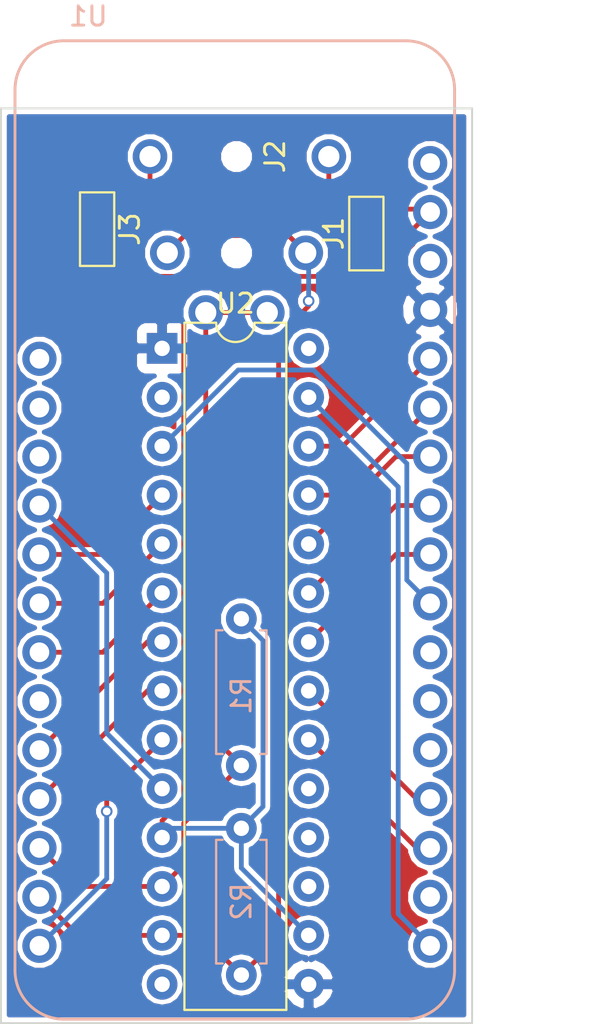
<source format=kicad_pcb>
(kicad_pcb (version 4) (host pcbnew 4.0.7)

  (general
    (links 36)
    (no_connects 16)
    (area 109.949999 79.949999 134.550001 127.550001)
    (thickness 1.6)
    (drawings 8)
    (tracks 95)
    (zones 0)
    (modules 7)
    (nets 39)
  )

  (page A4)
  (layers
    (0 F.Cu signal)
    (31 B.Cu signal)
    (32 B.Adhes user)
    (33 F.Adhes user)
    (34 B.Paste user)
    (35 F.Paste user)
    (36 B.SilkS user)
    (37 F.SilkS user)
    (38 B.Mask user)
    (39 F.Mask user)
    (40 Dwgs.User user)
    (41 Cmts.User user)
    (42 Eco1.User user)
    (43 Eco2.User user)
    (44 Edge.Cuts user)
    (45 Margin user)
    (46 B.CrtYd user)
    (47 F.CrtYd user)
    (48 B.Fab user)
    (49 F.Fab user)
  )

  (setup
    (last_trace_width 0.25)
    (trace_clearance 0.2)
    (zone_clearance 0.254)
    (zone_45_only no)
    (trace_min 0.2)
    (segment_width 0.2)
    (edge_width 0.1)
    (via_size 0.6)
    (via_drill 0.4)
    (via_min_size 0.4)
    (via_min_drill 0.3)
    (uvia_size 0.3)
    (uvia_drill 0.1)
    (uvias_allowed no)
    (uvia_min_size 0.2)
    (uvia_min_drill 0.1)
    (pcb_text_width 0.3)
    (pcb_text_size 1.5 1.5)
    (mod_edge_width 0.15)
    (mod_text_size 1 1)
    (mod_text_width 0.15)
    (pad_size 1.5 1.5)
    (pad_drill 0.6)
    (pad_to_mask_clearance 0)
    (aux_axis_origin 0 0)
    (visible_elements FFFFFF7F)
    (pcbplotparams
      (layerselection 0x00030_80000001)
      (usegerberextensions false)
      (excludeedgelayer true)
      (linewidth 0.100000)
      (plotframeref false)
      (viasonmask false)
      (mode 1)
      (useauxorigin false)
      (hpglpennumber 1)
      (hpglpenspeed 20)
      (hpglpendiameter 15)
      (hpglpenoverlay 2)
      (psnegative false)
      (psa4output false)
      (plotreference true)
      (plotvalue true)
      (plotinvisibletext false)
      (padsonsilk false)
      (subtractmaskfromsilk false)
      (outputformat 1)
      (mirror false)
      (drillshape 1)
      (scaleselection 1)
      (outputdirectory ""))
  )

  (net 0 "")
  (net 1 +3V3)
  (net 2 "Net-(J1-Pad2)")
  (net 3 GND)
  (net 4 /SCL)
  (net 5 /SDA)
  (net 6 "Net-(J2-Pad4)")
  (net 7 "Net-(U1-Pad1)")
  (net 8 /ENABLE)
  (net 9 "Net-(U1-Pad3)")
  (net 10 /LED1)
  (net 11 /ROW4)
  (net 12 /ROW3)
  (net 13 /ROW2)
  (net 14 "Net-(U1-Pad8)")
  (net 15 /ROW1)
  (net 16 /ROW0)
  (net 17 "Net-(U1-Pad13)")
  (net 18 "Net-(U1-Pad16)")
  (net 19 "Net-(U1-Pad17)")
  (net 20 "Net-(U1-Pad18)")
  (net 21 /ROW5)
  (net 22 "Net-(U1-Pad26)")
  (net 23 /RESET)
  (net 24 /LED2)
  (net 25 /LED3)
  (net 26 "Net-(U2-Pad2)")
  (net 27 "Net-(U2-Pad17)")
  (net 28 "Net-(U2-Pad18)")
  (net 29 "Net-(U2-Pad19)")
  (net 30 /COL0)
  (net 31 /COL1)
  (net 32 /COL2)
  (net 33 /COL3)
  (net 34 /COL4)
  (net 35 /COL5)
  (net 36 /COL6)
  (net 37 "Net-(U2-Pad14)")
  (net 38 "Net-(U2-Pad28)")

  (net_class Default "This is the default net class."
    (clearance 0.2)
    (trace_width 0.25)
    (via_dia 0.6)
    (via_drill 0.4)
    (uvia_dia 0.3)
    (uvia_drill 0.1)
    (add_net +3V3)
    (add_net /COL0)
    (add_net /COL1)
    (add_net /COL2)
    (add_net /COL3)
    (add_net /COL4)
    (add_net /COL5)
    (add_net /COL6)
    (add_net /ENABLE)
    (add_net /LED1)
    (add_net /LED2)
    (add_net /LED3)
    (add_net /RESET)
    (add_net /ROW0)
    (add_net /ROW1)
    (add_net /ROW2)
    (add_net /ROW3)
    (add_net /ROW4)
    (add_net /ROW5)
    (add_net /SCL)
    (add_net /SDA)
    (add_net GND)
    (add_net "Net-(J1-Pad2)")
    (add_net "Net-(J2-Pad4)")
    (add_net "Net-(U1-Pad1)")
    (add_net "Net-(U1-Pad13)")
    (add_net "Net-(U1-Pad16)")
    (add_net "Net-(U1-Pad17)")
    (add_net "Net-(U1-Pad18)")
    (add_net "Net-(U1-Pad26)")
    (add_net "Net-(U1-Pad3)")
    (add_net "Net-(U1-Pad8)")
    (add_net "Net-(U2-Pad14)")
    (add_net "Net-(U2-Pad17)")
    (add_net "Net-(U2-Pad18)")
    (add_net "Net-(U2-Pad19)")
    (add_net "Net-(U2-Pad2)")
    (add_net "Net-(U2-Pad28)")
  )

  (module IOBreakout:FeatherBreakout (layer B.Cu) (tedit 5B6FC8FF) (tstamp 5B6FCA3C)
    (at 122.16 101.89 270)
    (path /5AB958F7)
    (fp_text reference U1 (at -26.67 7.62 540) (layer B.SilkS)
      (effects (font (size 1 1) (thickness 0.15)) (justify mirror))
    )
    (fp_text value FeatherBreakout (at -14.89 -18.84 270) (layer B.Fab)
      (effects (font (size 1 1) (thickness 0.15)) (justify mirror))
    )
    (fp_circle (center -22.86 -8.89) (end -22.86 -10.795) (layer Eco2.User) (width 0.15))
    (fp_circle (center -22.86 8.89) (end -22.86 10.795) (layer Eco2.User) (width 0.15))
    (fp_line (start -25.4 3.81) (end -19.05 3.81) (layer Eco2.User) (width 0.15))
    (fp_line (start -19.05 3.81) (end -19.05 -3.81) (layer Eco2.User) (width 0.15))
    (fp_line (start -19.05 -3.81) (end -25.4 -3.81) (layer Eco2.User) (width 0.15))
    (fp_line (start -12.192 11.176) (end -17.272 11.176) (layer Eco2.User) (width 0.15))
    (fp_line (start -17.272 11.176) (end -17.272 9.144) (layer Eco2.User) (width 0.15))
    (fp_line (start -17.272 9.144) (end -12.192 9.144) (layer Eco2.User) (width 0.15))
    (fp_line (start -12.192 9.144) (end -12.192 11.176) (layer Eco2.User) (width 0.15))
    (fp_line (start -22.86 11.43) (end 22.86 11.43) (layer B.SilkS) (width 0.15))
    (fp_line (start -25.4 -8.89) (end -25.4 8.89) (layer B.SilkS) (width 0.15))
    (fp_line (start 22.86 -11.43) (end -22.86 -11.43) (layer B.SilkS) (width 0.15))
    (fp_line (start 25.4 8.89) (end 25.4 -8.89) (layer B.SilkS) (width 0.15))
    (fp_arc (start 22.86 -8.89) (end 25.4 -8.89) (angle -90) (layer B.SilkS) (width 0.15))
    (fp_arc (start -22.86 -8.89) (end -22.86 -11.43) (angle -90) (layer B.SilkS) (width 0.15))
    (fp_arc (start -22.86 8.89) (end -25.4 8.89) (angle -90) (layer B.SilkS) (width 0.15))
    (fp_arc (start 22.86 8.89) (end 22.86 11.43) (angle -90) (layer B.SilkS) (width 0.15))
    (pad 1 thru_hole circle (at -8.89 10.16 270) (size 1.778 1.778) (drill 1.02) (layers *.Cu *.Mask)
      (net 7 "Net-(U1-Pad1)"))
    (pad 2 thru_hole circle (at -6.35 10.16 270) (size 1.778 1.778) (drill 1.02) (layers *.Cu *.Mask)
      (net 8 /ENABLE))
    (pad 3 thru_hole circle (at -3.81 10.16 270) (size 1.778 1.778) (drill 1.02) (layers *.Cu *.Mask)
      (net 9 "Net-(U1-Pad3)"))
    (pad 4 thru_hole circle (at -1.27 10.16 270) (size 1.778 1.778) (drill 1.02) (layers *.Cu *.Mask)
      (net 10 /LED1))
    (pad 5 thru_hole circle (at 1.27 10.16 270) (size 1.778 1.778) (drill 1.02) (layers *.Cu *.Mask)
      (net 11 /ROW4))
    (pad 6 thru_hole circle (at 3.81 10.16 270) (size 1.778 1.778) (drill 1.02) (layers *.Cu *.Mask)
      (net 12 /ROW3))
    (pad 7 thru_hole circle (at 6.35 10.16 270) (size 1.778 1.778) (drill 1.02) (layers *.Cu *.Mask)
      (net 13 /ROW2))
    (pad 8 thru_hole circle (at 8.89 10.16 270) (size 1.778 1.778) (drill 1.02) (layers *.Cu *.Mask)
      (net 14 "Net-(U1-Pad8)"))
    (pad 9 thru_hole circle (at 11.43 10.16 270) (size 1.778 1.778) (drill 1.02) (layers *.Cu *.Mask)
      (net 15 /ROW1))
    (pad 10 thru_hole circle (at 13.97 10.16 270) (size 1.778 1.778) (drill 1.02) (layers *.Cu *.Mask)
      (net 16 /ROW0))
    (pad 11 thru_hole circle (at 16.51 10.16 270) (size 1.778 1.778) (drill 1.02) (layers *.Cu *.Mask)
      (net 4 /SCL))
    (pad 12 thru_hole circle (at 19.05 10.16 270) (size 1.778 1.778) (drill 1.02) (layers *.Cu *.Mask)
      (net 5 /SDA))
    (pad 13 thru_hole circle (at 19.05 -10.16 270) (size 1.778 1.778) (drill 1.02) (layers *.Cu *.Mask)
      (net 17 "Net-(U1-Pad13)"))
    (pad 14 thru_hole circle (at 16.51 -10.16 270) (size 1.778 1.778) (drill 1.02) (layers *.Cu *.Mask)
      (net 30 /COL0))
    (pad 15 thru_hole circle (at 13.97 -10.16 270) (size 1.778 1.778) (drill 1.02) (layers *.Cu *.Mask)
      (net 31 /COL1))
    (pad 16 thru_hole circle (at 11.43 -10.16 270) (size 1.778 1.778) (drill 1.02) (layers *.Cu *.Mask)
      (net 18 "Net-(U1-Pad16)"))
    (pad 17 thru_hole circle (at 8.89 -10.16 270) (size 1.778 1.778) (drill 1.02) (layers *.Cu *.Mask)
      (net 19 "Net-(U1-Pad17)"))
    (pad 18 thru_hole circle (at 6.35 -10.16 270) (size 1.778 1.778) (drill 1.02) (layers *.Cu *.Mask)
      (net 20 "Net-(U1-Pad18)"))
    (pad 19 thru_hole circle (at 3.81 -10.16 270) (size 1.778 1.778) (drill 1.02) (layers *.Cu *.Mask)
      (net 21 /ROW5))
    (pad 20 thru_hole circle (at 1.27 -10.16 270) (size 1.778 1.778) (drill 1.02) (layers *.Cu *.Mask)
      (net 32 /COL2))
    (pad 21 thru_hole circle (at -1.27 -10.16 270) (size 1.778 1.778) (drill 1.02) (layers *.Cu *.Mask)
      (net 33 /COL3))
    (pad 22 thru_hole circle (at -3.81 -10.16 270) (size 1.778 1.778) (drill 1.02) (layers *.Cu *.Mask)
      (net 34 /COL4))
    (pad 23 thru_hole circle (at -6.35 -10.16 270) (size 1.778 1.778) (drill 1.02) (layers *.Cu *.Mask)
      (net 35 /COL5))
    (pad 24 thru_hole circle (at -8.89 -10.16 270) (size 1.778 1.778) (drill 1.02) (layers *.Cu *.Mask)
      (net 36 /COL6))
    (pad 25 thru_hole circle (at -11.43 -10.16 270) (size 1.778 1.778) (drill 1.02) (layers *.Cu *.Mask)
      (net 3 GND))
    (pad 26 thru_hole circle (at -13.97 -10.16 270) (size 1.778 1.778) (drill 1.02) (layers *.Cu *.Mask)
      (net 22 "Net-(U1-Pad26)"))
    (pad 27 thru_hole circle (at -16.51 -10.16 270) (size 1.778 1.778) (drill 1.02) (layers *.Cu *.Mask)
      (net 1 +3V3))
    (pad 28 thru_hole circle (at -19.05 -10.16 270) (size 1.778 1.778) (drill 1.02) (layers *.Cu *.Mask)
      (net 23 /RESET))
    (pad 29 thru_hole circle (at 21.59 10.16 270) (size 1.778 1.778) (drill 1.02) (layers *.Cu *.Mask)
      (net 24 /LED2))
    (pad 30 thru_hole circle (at 21.59 -10.16 270) (size 1.778 1.778) (drill 1.02) (layers *.Cu *.Mask)
      (net 25 /LED3))
  )

  (module Connectors:GS3 (layer F.Cu) (tedit 58613494) (tstamp 5B6FC9FB)
    (at 129 86.5)
    (descr "3-pin solder bridge")
    (tags "solder bridge")
    (path /5AC44744)
    (attr smd)
    (fp_text reference J1 (at -1.7 0 90) (layer F.SilkS)
      (effects (font (size 1 1) (thickness 0.15)))
    )
    (fp_text value GS3 (at 1.8 0 90) (layer F.Fab)
      (effects (font (size 1 1) (thickness 0.15)))
    )
    (fp_line (start -1.15 -2.15) (end 1.15 -2.15) (layer F.CrtYd) (width 0.05))
    (fp_line (start 1.15 -2.15) (end 1.15 2.15) (layer F.CrtYd) (width 0.05))
    (fp_line (start 1.15 2.15) (end -1.15 2.15) (layer F.CrtYd) (width 0.05))
    (fp_line (start -1.15 2.15) (end -1.15 -2.15) (layer F.CrtYd) (width 0.05))
    (fp_line (start -0.89 -1.91) (end -0.89 1.91) (layer F.SilkS) (width 0.12))
    (fp_line (start -0.89 1.91) (end 0.89 1.91) (layer F.SilkS) (width 0.12))
    (fp_line (start 0.89 1.91) (end 0.89 -1.91) (layer F.SilkS) (width 0.12))
    (fp_line (start -0.89 -1.91) (end 0.89 -1.91) (layer F.SilkS) (width 0.12))
    (pad 1 smd rect (at 0 -1.27) (size 1.27 0.97) (layers F.Cu F.Paste F.Mask)
      (net 1 +3V3))
    (pad 2 smd rect (at 0 0) (size 1.27 0.97) (layers F.Cu F.Paste F.Mask)
      (net 2 "Net-(J1-Pad2)"))
    (pad 3 smd rect (at 0 1.27) (size 1.27 0.97) (layers F.Cu F.Paste F.Mask)
      (net 3 GND))
  )

  (module keyboard_accessories:TRRS_Jack_SJ-43514_reversible (layer F.Cu) (tedit 5AFA9269) (tstamp 5B6FCA07)
    (at 122.25 82.5 270)
    (path /5AC41C7D)
    (fp_text reference J2 (at 0 -2 270) (layer F.SilkS)
      (effects (font (size 1 1) (thickness 0.15)))
    )
    (fp_text value SJ-43514 (at 2.5 -0.25 360) (layer F.Fab)
      (effects (font (size 1 1) (thickness 0.15)))
    )
    (fp_line (start -3 -3) (end -6 -3) (layer Eco1.User) (width 0.15))
    (fp_line (start -6 -3) (end -6 3) (layer Eco1.User) (width 0.15))
    (fp_line (start -6 3) (end -3 3) (layer Eco1.User) (width 0.15))
    (fp_line (start -2.9 -4.8) (end 9 -4.8) (layer Eco1.User) (width 0.15))
    (fp_line (start 9 -4.8) (end 9 4.5) (layer Eco1.User) (width 0.15))
    (fp_line (start 9 4.5) (end -2.9 4.5) (layer Eco1.User) (width 0.15))
    (fp_line (start -2.9 -4.8) (end -2.9 4.5) (layer Eco1.User) (width 0.15))
    (pad 3 thru_hole circle (at 8.1 -1.6 270) (size 1.8 1.8) (drill 1.1) (layers *.Cu *.Mask)
      (net 4 /SCL))
    (pad 2 thru_hole circle (at 5 3.6 270) (size 1.8 1.8) (drill 1.1) (layers *.Cu *.Mask)
      (net 5 /SDA))
    (pad 3 thru_hole circle (at 8.1 1.6 270) (size 1.8 1.8) (drill 1.1) (layers *.Cu *.Mask)
      (net 4 /SCL))
    (pad 4 thru_hole circle (at 0 4.5 270) (size 1.8 1.8) (drill 1.1) (layers *.Cu *.Mask)
      (net 6 "Net-(J2-Pad4)"))
    (pad 1 thru_hole circle (at 0 -4.8 270) (size 1.8 1.8) (drill 1.1) (layers *.Cu *.Mask)
      (net 2 "Net-(J1-Pad2)"))
    (pad "" np_thru_hole circle (at 5 0 270) (size 1.1 1.1) (drill 1.1) (layers *.Cu *.Mask))
    (pad "" np_thru_hole circle (at 0 0 270) (size 1.1 1.1) (drill 1.1) (layers *.Cu *.Mask))
    (pad 2 thru_hole circle (at 5 -3.6 270) (size 1.8 1.8) (drill 1.1) (layers *.Cu *.Mask)
      (net 5 /SDA))
  )

  (module Connectors:GS3 (layer F.Cu) (tedit 58613494) (tstamp 5B6FCA0E)
    (at 115 86.27 180)
    (descr "3-pin solder bridge")
    (tags "solder bridge")
    (path /5AC445B8)
    (attr smd)
    (fp_text reference J3 (at -1.7 0 270) (layer F.SilkS)
      (effects (font (size 1 1) (thickness 0.15)))
    )
    (fp_text value GS3 (at 1.8 0 270) (layer F.Fab)
      (effects (font (size 1 1) (thickness 0.15)))
    )
    (fp_line (start -1.15 -2.15) (end 1.15 -2.15) (layer F.CrtYd) (width 0.05))
    (fp_line (start 1.15 -2.15) (end 1.15 2.15) (layer F.CrtYd) (width 0.05))
    (fp_line (start 1.15 2.15) (end -1.15 2.15) (layer F.CrtYd) (width 0.05))
    (fp_line (start -1.15 2.15) (end -1.15 -2.15) (layer F.CrtYd) (width 0.05))
    (fp_line (start -0.89 -1.91) (end -0.89 1.91) (layer F.SilkS) (width 0.12))
    (fp_line (start -0.89 1.91) (end 0.89 1.91) (layer F.SilkS) (width 0.12))
    (fp_line (start 0.89 1.91) (end 0.89 -1.91) (layer F.SilkS) (width 0.12))
    (fp_line (start -0.89 -1.91) (end 0.89 -1.91) (layer F.SilkS) (width 0.12))
    (pad 1 smd rect (at 0 -1.27 180) (size 1.27 0.97) (layers F.Cu F.Paste F.Mask)
      (net 1 +3V3))
    (pad 2 smd rect (at 0 0 180) (size 1.27 0.97) (layers F.Cu F.Paste F.Mask)
      (net 6 "Net-(J2-Pad4)"))
    (pad 3 smd rect (at 0 1.27 180) (size 1.27 0.97) (layers F.Cu F.Paste F.Mask)
      (net 3 GND))
  )

  (module Resistors_THT:R_Axial_DIN0207_L6.3mm_D2.5mm_P7.62mm_Horizontal (layer B.Cu) (tedit 5874F706) (tstamp 5B6FCA14)
    (at 122.5 106.5 270)
    (descr "Resistor, Axial_DIN0207 series, Axial, Horizontal, pin pitch=7.62mm, 0.25W = 1/4W, length*diameter=6.3*2.5mm^2, http://cdn-reichelt.de/documents/datenblatt/B400/1_4W%23YAG.pdf")
    (tags "Resistor Axial_DIN0207 series Axial Horizontal pin pitch 7.62mm 0.25W = 1/4W length 6.3mm diameter 2.5mm")
    (path /5ABA783B)
    (fp_text reference R1 (at 4 0 270) (layer B.SilkS)
      (effects (font (size 1 1) (thickness 0.15)) (justify mirror))
    )
    (fp_text value 2.2k (at 5.5 -1 270) (layer B.Fab)
      (effects (font (size 1 1) (thickness 0.15)) (justify mirror))
    )
    (fp_line (start 0.66 1.25) (end 0.66 -1.25) (layer B.Fab) (width 0.1))
    (fp_line (start 0.66 -1.25) (end 6.96 -1.25) (layer B.Fab) (width 0.1))
    (fp_line (start 6.96 -1.25) (end 6.96 1.25) (layer B.Fab) (width 0.1))
    (fp_line (start 6.96 1.25) (end 0.66 1.25) (layer B.Fab) (width 0.1))
    (fp_line (start 0 0) (end 0.66 0) (layer B.Fab) (width 0.1))
    (fp_line (start 7.62 0) (end 6.96 0) (layer B.Fab) (width 0.1))
    (fp_line (start 0.6 0.98) (end 0.6 1.31) (layer B.SilkS) (width 0.12))
    (fp_line (start 0.6 1.31) (end 7.02 1.31) (layer B.SilkS) (width 0.12))
    (fp_line (start 7.02 1.31) (end 7.02 0.98) (layer B.SilkS) (width 0.12))
    (fp_line (start 0.6 -0.98) (end 0.6 -1.31) (layer B.SilkS) (width 0.12))
    (fp_line (start 0.6 -1.31) (end 7.02 -1.31) (layer B.SilkS) (width 0.12))
    (fp_line (start 7.02 -1.31) (end 7.02 -0.98) (layer B.SilkS) (width 0.12))
    (fp_line (start -1.05 1.6) (end -1.05 -1.6) (layer B.CrtYd) (width 0.05))
    (fp_line (start -1.05 -1.6) (end 8.7 -1.6) (layer B.CrtYd) (width 0.05))
    (fp_line (start 8.7 -1.6) (end 8.7 1.6) (layer B.CrtYd) (width 0.05))
    (fp_line (start 8.7 1.6) (end -1.05 1.6) (layer B.CrtYd) (width 0.05))
    (pad 1 thru_hole circle (at 0 0 270) (size 1.6 1.6) (drill 0.8) (layers *.Cu *.Mask)
      (net 1 +3V3))
    (pad 2 thru_hole oval (at 7.62 0 270) (size 1.6 1.6) (drill 0.8) (layers *.Cu *.Mask)
      (net 4 /SCL))
    (model ${KISYS3DMOD}/Resistors_THT.3dshapes/R_Axial_DIN0207_L6.3mm_D2.5mm_P7.62mm_Horizontal.wrl
      (at (xyz 0 0 0))
      (scale (xyz 0.393701 0.393701 0.393701))
      (rotate (xyz 0 0 0))
    )
  )

  (module Resistors_THT:R_Axial_DIN0207_L6.3mm_D2.5mm_P7.62mm_Horizontal (layer B.Cu) (tedit 5874F706) (tstamp 5B6FCA1A)
    (at 122.5 117.38 270)
    (descr "Resistor, Axial_DIN0207 series, Axial, Horizontal, pin pitch=7.62mm, 0.25W = 1/4W, length*diameter=6.3*2.5mm^2, http://cdn-reichelt.de/documents/datenblatt/B400/1_4W%23YAG.pdf")
    (tags "Resistor Axial_DIN0207 series Axial Horizontal pin pitch 7.62mm 0.25W = 1/4W length 6.3mm diameter 2.5mm")
    (path /5ABA7ABE)
    (fp_text reference R2 (at 3.81 0 270) (layer B.SilkS)
      (effects (font (size 1 1) (thickness 0.15)) (justify mirror))
    )
    (fp_text value 2.2k (at 5.62 -1 270) (layer B.Fab)
      (effects (font (size 1 1) (thickness 0.15)) (justify mirror))
    )
    (fp_line (start 0.66 1.25) (end 0.66 -1.25) (layer B.Fab) (width 0.1))
    (fp_line (start 0.66 -1.25) (end 6.96 -1.25) (layer B.Fab) (width 0.1))
    (fp_line (start 6.96 -1.25) (end 6.96 1.25) (layer B.Fab) (width 0.1))
    (fp_line (start 6.96 1.25) (end 0.66 1.25) (layer B.Fab) (width 0.1))
    (fp_line (start 0 0) (end 0.66 0) (layer B.Fab) (width 0.1))
    (fp_line (start 7.62 0) (end 6.96 0) (layer B.Fab) (width 0.1))
    (fp_line (start 0.6 0.98) (end 0.6 1.31) (layer B.SilkS) (width 0.12))
    (fp_line (start 0.6 1.31) (end 7.02 1.31) (layer B.SilkS) (width 0.12))
    (fp_line (start 7.02 1.31) (end 7.02 0.98) (layer B.SilkS) (width 0.12))
    (fp_line (start 0.6 -0.98) (end 0.6 -1.31) (layer B.SilkS) (width 0.12))
    (fp_line (start 0.6 -1.31) (end 7.02 -1.31) (layer B.SilkS) (width 0.12))
    (fp_line (start 7.02 -1.31) (end 7.02 -0.98) (layer B.SilkS) (width 0.12))
    (fp_line (start -1.05 1.6) (end -1.05 -1.6) (layer B.CrtYd) (width 0.05))
    (fp_line (start -1.05 -1.6) (end 8.7 -1.6) (layer B.CrtYd) (width 0.05))
    (fp_line (start 8.7 -1.6) (end 8.7 1.6) (layer B.CrtYd) (width 0.05))
    (fp_line (start 8.7 1.6) (end -1.05 1.6) (layer B.CrtYd) (width 0.05))
    (pad 1 thru_hole circle (at 0 0 270) (size 1.6 1.6) (drill 0.8) (layers *.Cu *.Mask)
      (net 1 +3V3))
    (pad 2 thru_hole oval (at 7.62 0 270) (size 1.6 1.6) (drill 0.8) (layers *.Cu *.Mask)
      (net 5 /SDA))
    (model ${KISYS3DMOD}/Resistors_THT.3dshapes/R_Axial_DIN0207_L6.3mm_D2.5mm_P7.62mm_Horizontal.wrl
      (at (xyz 0 0 0))
      (scale (xyz 0.393701 0.393701 0.393701))
      (rotate (xyz 0 0 0))
    )
  )

  (module Housings_DIP:DIP-28_W7.62mm (layer F.Cu) (tedit 59C78D6B) (tstamp 5B6FCA5C)
    (at 118.38 92.46)
    (descr "28-lead though-hole mounted DIP package, row spacing 7.62 mm (300 mils)")
    (tags "THT DIP DIL PDIP 2.54mm 7.62mm 300mil")
    (path /5AB9675D)
    (fp_text reference U2 (at 3.81 -2.33) (layer F.SilkS)
      (effects (font (size 1 1) (thickness 0.15)))
    )
    (fp_text value MCP23018 (at 5.62 6.54 90) (layer F.Fab)
      (effects (font (size 1 1) (thickness 0.15)))
    )
    (fp_arc (start 3.81 -1.33) (end 2.81 -1.33) (angle -180) (layer F.SilkS) (width 0.12))
    (fp_line (start 1.635 -1.27) (end 6.985 -1.27) (layer F.Fab) (width 0.1))
    (fp_line (start 6.985 -1.27) (end 6.985 34.29) (layer F.Fab) (width 0.1))
    (fp_line (start 6.985 34.29) (end 0.635 34.29) (layer F.Fab) (width 0.1))
    (fp_line (start 0.635 34.29) (end 0.635 -0.27) (layer F.Fab) (width 0.1))
    (fp_line (start 0.635 -0.27) (end 1.635 -1.27) (layer F.Fab) (width 0.1))
    (fp_line (start 2.81 -1.33) (end 1.16 -1.33) (layer F.SilkS) (width 0.12))
    (fp_line (start 1.16 -1.33) (end 1.16 34.35) (layer F.SilkS) (width 0.12))
    (fp_line (start 1.16 34.35) (end 6.46 34.35) (layer F.SilkS) (width 0.12))
    (fp_line (start 6.46 34.35) (end 6.46 -1.33) (layer F.SilkS) (width 0.12))
    (fp_line (start 6.46 -1.33) (end 4.81 -1.33) (layer F.SilkS) (width 0.12))
    (fp_line (start -1.1 -1.55) (end -1.1 34.55) (layer F.CrtYd) (width 0.05))
    (fp_line (start -1.1 34.55) (end 8.7 34.55) (layer F.CrtYd) (width 0.05))
    (fp_line (start 8.7 34.55) (end 8.7 -1.55) (layer F.CrtYd) (width 0.05))
    (fp_line (start 8.7 -1.55) (end -1.1 -1.55) (layer F.CrtYd) (width 0.05))
    (fp_text user %R (at 2.12 7.54 90) (layer F.Fab)
      (effects (font (size 1 1) (thickness 0.15)))
    )
    (pad 1 thru_hole rect (at 0 0) (size 1.6 1.6) (drill 0.8) (layers *.Cu *.Mask)
      (net 3 GND))
    (pad 15 thru_hole oval (at 7.62 33.02) (size 1.6 1.6) (drill 0.8) (layers *.Cu *.Mask)
      (net 3 GND))
    (pad 2 thru_hole oval (at 0 2.54) (size 1.6 1.6) (drill 0.8) (layers *.Cu *.Mask)
      (net 26 "Net-(U2-Pad2)"))
    (pad 16 thru_hole oval (at 7.62 30.48) (size 1.6 1.6) (drill 0.8) (layers *.Cu *.Mask)
      (net 1 +3V3))
    (pad 3 thru_hole oval (at 0 5.08) (size 1.6 1.6) (drill 0.8) (layers *.Cu *.Mask)
      (net 21 /ROW5))
    (pad 17 thru_hole oval (at 7.62 27.94) (size 1.6 1.6) (drill 0.8) (layers *.Cu *.Mask)
      (net 27 "Net-(U2-Pad17)"))
    (pad 4 thru_hole oval (at 0 7.62) (size 1.6 1.6) (drill 0.8) (layers *.Cu *.Mask)
      (net 11 /ROW4))
    (pad 18 thru_hole oval (at 7.62 25.4) (size 1.6 1.6) (drill 0.8) (layers *.Cu *.Mask)
      (net 28 "Net-(U2-Pad18)"))
    (pad 5 thru_hole oval (at 0 10.16) (size 1.6 1.6) (drill 0.8) (layers *.Cu *.Mask)
      (net 12 /ROW3))
    (pad 19 thru_hole oval (at 7.62 22.86) (size 1.6 1.6) (drill 0.8) (layers *.Cu *.Mask)
      (net 29 "Net-(U2-Pad19)"))
    (pad 6 thru_hole oval (at 0 12.7) (size 1.6 1.6) (drill 0.8) (layers *.Cu *.Mask)
      (net 13 /ROW2))
    (pad 20 thru_hole oval (at 7.62 20.32) (size 1.6 1.6) (drill 0.8) (layers *.Cu *.Mask)
      (net 30 /COL0))
    (pad 7 thru_hole oval (at 0 15.24) (size 1.6 1.6) (drill 0.8) (layers *.Cu *.Mask)
      (net 15 /ROW1))
    (pad 21 thru_hole oval (at 7.62 17.78) (size 1.6 1.6) (drill 0.8) (layers *.Cu *.Mask)
      (net 31 /COL1))
    (pad 8 thru_hole oval (at 0 17.78) (size 1.6 1.6) (drill 0.8) (layers *.Cu *.Mask)
      (net 16 /ROW0))
    (pad 22 thru_hole oval (at 7.62 15.24) (size 1.6 1.6) (drill 0.8) (layers *.Cu *.Mask)
      (net 32 /COL2))
    (pad 9 thru_hole oval (at 0 20.32) (size 1.6 1.6) (drill 0.8) (layers *.Cu *.Mask)
      (net 24 /LED2))
    (pad 23 thru_hole oval (at 7.62 12.7) (size 1.6 1.6) (drill 0.8) (layers *.Cu *.Mask)
      (net 33 /COL3))
    (pad 10 thru_hole oval (at 0 22.86) (size 1.6 1.6) (drill 0.8) (layers *.Cu *.Mask)
      (net 10 /LED1))
    (pad 24 thru_hole oval (at 7.62 10.16) (size 1.6 1.6) (drill 0.8) (layers *.Cu *.Mask)
      (net 34 /COL4))
    (pad 11 thru_hole oval (at 0 25.4) (size 1.6 1.6) (drill 0.8) (layers *.Cu *.Mask)
      (net 1 +3V3))
    (pad 25 thru_hole oval (at 7.62 7.62) (size 1.6 1.6) (drill 0.8) (layers *.Cu *.Mask)
      (net 35 /COL5))
    (pad 12 thru_hole oval (at 0 27.94) (size 1.6 1.6) (drill 0.8) (layers *.Cu *.Mask)
      (net 4 /SCL))
    (pad 26 thru_hole oval (at 7.62 5.08) (size 1.6 1.6) (drill 0.8) (layers *.Cu *.Mask)
      (net 36 /COL6))
    (pad 13 thru_hole oval (at 0 30.48) (size 1.6 1.6) (drill 0.8) (layers *.Cu *.Mask)
      (net 5 /SDA))
    (pad 27 thru_hole oval (at 7.62 2.54) (size 1.6 1.6) (drill 0.8) (layers *.Cu *.Mask)
      (net 25 /LED3))
    (pad 14 thru_hole oval (at 0 33.02) (size 1.6 1.6) (drill 0.8) (layers *.Cu *.Mask)
      (net 37 "Net-(U2-Pad14)"))
    (pad 28 thru_hole oval (at 7.62 0) (size 1.6 1.6) (drill 0.8) (layers *.Cu *.Mask)
      (net 38 "Net-(U2-Pad28)"))
    (model ${KISYS3DMOD}/Housings_DIP.3dshapes/DIP-28_W7.62mm.wrl
      (at (xyz 0 0 0))
      (scale (xyz 1 1 1))
      (rotate (xyz 0 0 0))
    )
  )

  (gr_line (start 110 127.5) (end 110.5 127.5) (layer Edge.Cuts) (width 0.1))
  (gr_line (start 110 80) (end 110 127.5) (layer Edge.Cuts) (width 0.1))
  (gr_line (start 110.5 80) (end 110 80) (layer Edge.Cuts) (width 0.1))
  (gr_line (start 134.5 80) (end 134 80) (layer Edge.Cuts) (width 0.1))
  (gr_line (start 134.5 127.5) (end 134.5 80) (layer Edge.Cuts) (width 0.1))
  (gr_line (start 134 127.5) (end 134.5 127.5) (layer Edge.Cuts) (width 0.1))
  (gr_line (start 110.5 127.5) (end 134 127.5) (layer Edge.Cuts) (width 0.1))
  (gr_line (start 134 80) (end 110.5 80) (layer Edge.Cuts) (width 0.1))

  (segment (start 118.38 117.86) (end 118.38 116.985002) (width 0.25) (layer F.Cu) (net 1))
  (segment (start 118.38 116.985002) (end 119.505001 115.860001) (width 0.25) (layer F.Cu) (net 1))
  (segment (start 119.505001 115.860001) (end 119.505001 91.160001) (width 0.25) (layer F.Cu) (net 1))
  (segment (start 119.505001 91.160001) (end 117.070001 88.725001) (width 0.25) (layer F.Cu) (net 1))
  (segment (start 122.5 117.38) (end 123.625001 116.254999) (width 0.25) (layer B.Cu) (net 1))
  (segment (start 123.625001 116.254999) (end 123.625001 107.625001) (width 0.25) (layer B.Cu) (net 1))
  (segment (start 123.625001 107.625001) (end 123.299999 107.299999) (width 0.25) (layer B.Cu) (net 1))
  (segment (start 123.299999 107.299999) (end 122.5 106.5) (width 0.25) (layer B.Cu) (net 1))
  (segment (start 122.5 117.38) (end 122.5 119.44) (width 0.25) (layer B.Cu) (net 1))
  (segment (start 122.5 119.44) (end 126 122.94) (width 0.25) (layer B.Cu) (net 1))
  (segment (start 122.5 117.38) (end 118.86 117.38) (width 0.25) (layer B.Cu) (net 1))
  (segment (start 118.86 117.38) (end 118.38 117.86) (width 0.25) (layer B.Cu) (net 1))
  (segment (start 115 87.54) (end 115.885 87.54) (width 0.25) (layer F.Cu) (net 1))
  (segment (start 115.885 87.54) (end 117.070001 88.725001) (width 0.25) (layer F.Cu) (net 1))
  (segment (start 117.070001 88.725001) (end 129.750001 88.725001) (width 0.25) (layer F.Cu) (net 1))
  (segment (start 131.431001 87.044001) (end 131.431001 86.268999) (width 0.25) (layer F.Cu) (net 1))
  (segment (start 129.750001 88.725001) (end 131.431001 87.044001) (width 0.25) (layer F.Cu) (net 1))
  (segment (start 131.431001 86.268999) (end 132.32 85.38) (width 0.25) (layer F.Cu) (net 1))
  (segment (start 129 85.23) (end 132.17 85.23) (width 0.25) (layer F.Cu) (net 1))
  (segment (start 132.17 85.23) (end 132.32 85.38) (width 0.25) (layer F.Cu) (net 1))
  (segment (start 127.05 82.5) (end 127.05 85.435) (width 0.25) (layer F.Cu) (net 2))
  (segment (start 127.05 85.435) (end 128.115 86.5) (width 0.25) (layer F.Cu) (net 2))
  (segment (start 128.115 86.5) (end 129 86.5) (width 0.25) (layer F.Cu) (net 2))
  (segment (start 120.65 90.6) (end 120.65 112.27) (width 0.25) (layer F.Cu) (net 4))
  (segment (start 120.65 112.27) (end 122.5 114.12) (width 0.25) (layer F.Cu) (net 4))
  (segment (start 112 118.4) (end 114 120.4) (width 0.25) (layer F.Cu) (net 4))
  (segment (start 114 120.4) (end 118.38 120.4) (width 0.25) (layer F.Cu) (net 4))
  (segment (start 118.38 120.4) (end 119.505001 119.274999) (width 0.25) (layer F.Cu) (net 4))
  (segment (start 119.505001 119.274999) (end 119.505001 117.114999) (width 0.25) (layer F.Cu) (net 4))
  (segment (start 119.505001 117.114999) (end 121.700001 114.919999) (width 0.25) (layer F.Cu) (net 4))
  (segment (start 121.700001 114.919999) (end 122.5 114.12) (width 0.25) (layer F.Cu) (net 4))
  (segment (start 120.65 90.6) (end 123.85 90.6) (width 0.25) (layer F.Cu) (net 4))
  (segment (start 126 90) (end 126 87.65) (width 0.25) (layer B.Cu) (net 5))
  (segment (start 126 87.65) (end 125.85 87.5) (width 0.25) (layer B.Cu) (net 5))
  (segment (start 122.5 125) (end 124.438001 123.061999) (width 0.25) (layer F.Cu) (net 5))
  (segment (start 124.438001 123.061999) (end 124.438001 91.825001) (width 0.25) (layer F.Cu) (net 5))
  (segment (start 124.438001 91.825001) (end 126 90.263002) (width 0.25) (layer F.Cu) (net 5))
  (segment (start 126 90.263002) (end 126 90) (width 0.25) (layer F.Cu) (net 5))
  (via (at 126 90) (size 0.6) (drill 0.4) (layers F.Cu B.Cu) (net 5))
  (segment (start 112 120.94) (end 114 122.94) (width 0.25) (layer F.Cu) (net 5))
  (segment (start 114 122.94) (end 118.38 122.94) (width 0.25) (layer F.Cu) (net 5))
  (segment (start 118.38 122.94) (end 120.44 122.94) (width 0.25) (layer F.Cu) (net 5))
  (segment (start 120.44 122.94) (end 122.5 125) (width 0.25) (layer F.Cu) (net 5))
  (segment (start 125.85 87.5) (end 124.950001 86.600001) (width 0.25) (layer F.Cu) (net 5))
  (segment (start 119.549999 86.600001) (end 118.65 87.5) (width 0.25) (layer F.Cu) (net 5))
  (segment (start 124.950001 86.600001) (end 119.549999 86.600001) (width 0.25) (layer F.Cu) (net 5))
  (segment (start 117.75 82.5) (end 117.75 84.405) (width 0.25) (layer F.Cu) (net 6))
  (segment (start 117.75 84.405) (end 115.885 86.27) (width 0.25) (layer F.Cu) (net 6))
  (segment (start 115.885 86.27) (end 115 86.27) (width 0.25) (layer F.Cu) (net 6))
  (segment (start 118.38 115.32) (end 115.5 112.44) (width 0.25) (layer B.Cu) (net 10))
  (segment (start 115.5 112.44) (end 115.5 104.12) (width 0.25) (layer B.Cu) (net 10))
  (segment (start 115.5 104.12) (end 112.888999 101.508999) (width 0.25) (layer B.Cu) (net 10))
  (segment (start 112.888999 101.508999) (end 112 100.62) (width 0.25) (layer B.Cu) (net 10))
  (segment (start 115.34 103.16) (end 115.34 103.12) (width 0.25) (layer F.Cu) (net 11))
  (segment (start 115.34 103.12) (end 118.38 100.08) (width 0.25) (layer F.Cu) (net 11))
  (segment (start 112 103.16) (end 115.34 103.16) (width 0.25) (layer F.Cu) (net 11))
  (segment (start 115.3 105.7) (end 118.38 102.62) (width 0.25) (layer F.Cu) (net 12))
  (segment (start 112 105.7) (end 115.3 105.7) (width 0.25) (layer F.Cu) (net 12))
  (segment (start 112 108.24) (end 115.3 108.24) (width 0.25) (layer F.Cu) (net 13))
  (segment (start 115.3 108.24) (end 118.38 105.16) (width 0.25) (layer F.Cu) (net 13))
  (segment (start 112 113.32) (end 117.62 107.7) (width 0.25) (layer F.Cu) (net 15))
  (segment (start 117.62 107.7) (end 118.38 107.7) (width 0.25) (layer F.Cu) (net 15))
  (segment (start 112 115.86) (end 117.62 110.24) (width 0.25) (layer F.Cu) (net 16))
  (segment (start 117.62 110.24) (end 118.38 110.24) (width 0.25) (layer F.Cu) (net 16))
  (segment (start 132.32 105.7) (end 131.105999 104.485999) (width 0.25) (layer B.Cu) (net 21))
  (segment (start 126.250003 93.585001) (end 122.334999 93.585001) (width 0.25) (layer B.Cu) (net 21))
  (segment (start 131.105999 104.485999) (end 131.105999 98.440997) (width 0.25) (layer B.Cu) (net 21))
  (segment (start 131.105999 98.440997) (end 126.250003 93.585001) (width 0.25) (layer B.Cu) (net 21))
  (segment (start 122.334999 93.585001) (end 119.179999 96.740001) (width 0.25) (layer B.Cu) (net 21))
  (segment (start 119.179999 96.740001) (end 118.38 97.54) (width 0.25) (layer B.Cu) (net 21))
  (segment (start 115.5 116.5) (end 115.5 115.66) (width 0.25) (layer F.Cu) (net 24))
  (segment (start 115.5 115.66) (end 118.38 112.78) (width 0.25) (layer F.Cu) (net 24))
  (segment (start 115.5 120) (end 115.5 116.5) (width 0.25) (layer B.Cu) (net 24))
  (via (at 115.5 116.5) (size 0.6) (drill 0.4) (layers F.Cu B.Cu) (net 24))
  (segment (start 113.234001 122.265999) (end 115.5 120) (width 0.25) (layer B.Cu) (net 24))
  (segment (start 112 123.48) (end 113.214001 122.265999) (width 0.25) (layer B.Cu) (net 24))
  (segment (start 113.214001 122.265999) (end 113.234001 122.265999) (width 0.25) (layer B.Cu) (net 24))
  (segment (start 126 95) (end 130.655989 99.655989) (width 0.25) (layer B.Cu) (net 25))
  (segment (start 131.431001 122.591001) (end 132.32 123.48) (width 0.25) (layer B.Cu) (net 25))
  (segment (start 130.655989 99.655989) (end 130.655989 121.815989) (width 0.25) (layer B.Cu) (net 25))
  (segment (start 130.655989 121.815989) (end 131.431001 122.591001) (width 0.25) (layer B.Cu) (net 25))
  (segment (start 126 112.78) (end 131.62 118.4) (width 0.25) (layer F.Cu) (net 30))
  (segment (start 131.62 118.4) (end 132.32 118.4) (width 0.25) (layer F.Cu) (net 30))
  (segment (start 126 110.24) (end 131.62 115.86) (width 0.25) (layer F.Cu) (net 31))
  (segment (start 131.62 115.86) (end 132.32 115.86) (width 0.25) (layer F.Cu) (net 31))
  (segment (start 132.32 103.16) (end 130.54 103.16) (width 0.25) (layer F.Cu) (net 32))
  (segment (start 130.54 103.16) (end 126 107.7) (width 0.25) (layer F.Cu) (net 32))
  (segment (start 132.32 100.62) (end 130.54 100.62) (width 0.25) (layer F.Cu) (net 33))
  (segment (start 130.54 100.62) (end 126 105.16) (width 0.25) (layer F.Cu) (net 33))
  (segment (start 132.32 98.08) (end 130.54 98.08) (width 0.25) (layer F.Cu) (net 34))
  (segment (start 130.54 98.08) (end 126 102.62) (width 0.25) (layer F.Cu) (net 34))
  (segment (start 132.32 95.54) (end 127.78 100.08) (width 0.25) (layer F.Cu) (net 35))
  (segment (start 127.78 100.08) (end 126 100.08) (width 0.25) (layer F.Cu) (net 35))
  (segment (start 132.32 93) (end 127.78 97.54) (width 0.25) (layer F.Cu) (net 36))
  (segment (start 127.78 97.54) (end 126 97.54) (width 0.25) (layer F.Cu) (net 36))

  (zone (net 3) (net_name GND) (layer F.Cu) (tstamp 0) (hatch edge 0.508)
    (connect_pads (clearance 0.254))
    (min_thickness 0.254)
    (fill yes (arc_segments 16) (thermal_gap 0.508) (thermal_bridge_width 0.508))
    (polygon
      (pts
        (xy 134.5 127.5) (xy 134.5 80) (xy 110 80) (xy 110 127.5)
      )
    )
    (filled_polygon
      (pts
        (xy 134.069 127.069) (xy 110.431 127.069) (xy 110.431 125.48) (xy 117.175863 125.48) (xy 117.265761 125.931949)
        (xy 117.52177 126.315093) (xy 117.904914 126.571102) (xy 118.356863 126.661) (xy 118.403137 126.661) (xy 118.855086 126.571102)
        (xy 119.23823 126.315093) (xy 119.494239 125.931949) (xy 119.584137 125.48) (xy 119.494239 125.028051) (xy 119.23823 124.644907)
        (xy 118.855086 124.388898) (xy 118.403137 124.299) (xy 118.356863 124.299) (xy 117.904914 124.388898) (xy 117.52177 124.644907)
        (xy 117.265761 125.028051) (xy 117.175863 125.48) (xy 110.431 125.48) (xy 110.431 93.25151) (xy 110.72978 93.25151)
        (xy 110.922718 93.718458) (xy 111.279663 94.076026) (xy 111.746273 94.269779) (xy 111.748488 94.269781) (xy 111.281542 94.462718)
        (xy 110.923974 94.819663) (xy 110.730221 95.286273) (xy 110.72978 95.79151) (xy 110.922718 96.258458) (xy 111.279663 96.616026)
        (xy 111.746273 96.809779) (xy 111.748488 96.809781) (xy 111.281542 97.002718) (xy 110.923974 97.359663) (xy 110.730221 97.826273)
        (xy 110.72978 98.33151) (xy 110.922718 98.798458) (xy 111.279663 99.156026) (xy 111.746273 99.349779) (xy 111.748488 99.349781)
        (xy 111.281542 99.542718) (xy 110.923974 99.899663) (xy 110.730221 100.366273) (xy 110.72978 100.87151) (xy 110.922718 101.338458)
        (xy 111.279663 101.696026) (xy 111.746273 101.889779) (xy 111.748488 101.889781) (xy 111.281542 102.082718) (xy 110.923974 102.439663)
        (xy 110.730221 102.906273) (xy 110.72978 103.41151) (xy 110.922718 103.878458) (xy 111.279663 104.236026) (xy 111.746273 104.429779)
        (xy 111.748488 104.429781) (xy 111.281542 104.622718) (xy 110.923974 104.979663) (xy 110.730221 105.446273) (xy 110.72978 105.95151)
        (xy 110.922718 106.418458) (xy 111.279663 106.776026) (xy 111.746273 106.969779) (xy 111.748488 106.969781) (xy 111.281542 107.162718)
        (xy 110.923974 107.519663) (xy 110.730221 107.986273) (xy 110.72978 108.49151) (xy 110.922718 108.958458) (xy 111.279663 109.316026)
        (xy 111.746273 109.509779) (xy 111.748488 109.509781) (xy 111.281542 109.702718) (xy 110.923974 110.059663) (xy 110.730221 110.526273)
        (xy 110.72978 111.03151) (xy 110.922718 111.498458) (xy 111.279663 111.856026) (xy 111.746273 112.049779) (xy 111.748488 112.049781)
        (xy 111.281542 112.242718) (xy 110.923974 112.599663) (xy 110.730221 113.066273) (xy 110.72978 113.57151) (xy 110.922718 114.038458)
        (xy 111.279663 114.396026) (xy 111.746273 114.589779) (xy 111.748488 114.589781) (xy 111.281542 114.782718) (xy 110.923974 115.139663)
        (xy 110.730221 115.606273) (xy 110.72978 116.11151) (xy 110.922718 116.578458) (xy 111.279663 116.936026) (xy 111.746273 117.129779)
        (xy 111.748488 117.129781) (xy 111.281542 117.322718) (xy 110.923974 117.679663) (xy 110.730221 118.146273) (xy 110.72978 118.65151)
        (xy 110.922718 119.118458) (xy 111.279663 119.476026) (xy 111.746273 119.669779) (xy 111.748488 119.669781) (xy 111.281542 119.862718)
        (xy 110.923974 120.219663) (xy 110.730221 120.686273) (xy 110.72978 121.19151) (xy 110.922718 121.658458) (xy 111.279663 122.016026)
        (xy 111.746273 122.209779) (xy 111.748488 122.209781) (xy 111.281542 122.402718) (xy 110.923974 122.759663) (xy 110.730221 123.226273)
        (xy 110.72978 123.73151) (xy 110.922718 124.198458) (xy 111.279663 124.556026) (xy 111.746273 124.749779) (xy 112.25151 124.75022)
        (xy 112.718458 124.557282) (xy 113.076026 124.200337) (xy 113.269779 123.733727) (xy 113.27022 123.22849) (xy 113.077282 122.761542)
        (xy 112.720337 122.403974) (xy 112.253727 122.210221) (xy 112.251512 122.210219) (xy 112.466002 122.121594) (xy 113.642204 123.297796)
        (xy 113.806362 123.407483) (xy 114 123.446) (xy 117.301877 123.446) (xy 117.52177 123.775093) (xy 117.904914 124.031102)
        (xy 118.356863 124.121) (xy 118.403137 124.121) (xy 118.855086 124.031102) (xy 119.23823 123.775093) (xy 119.458123 123.446)
        (xy 120.230408 123.446) (xy 121.392377 124.607969) (xy 121.319 124.976863) (xy 121.319 125.023137) (xy 121.408898 125.475086)
        (xy 121.664907 125.85823) (xy 122.048051 126.114239) (xy 122.5 126.204137) (xy 122.951949 126.114239) (xy 123.335093 125.85823)
        (xy 123.354597 125.829039) (xy 124.608096 125.829039) (xy 124.768959 126.217423) (xy 125.144866 126.632389) (xy 125.650959 126.871914)
        (xy 125.873 126.750629) (xy 125.873 125.607) (xy 126.127 125.607) (xy 126.127 126.750629) (xy 126.349041 126.871914)
        (xy 126.855134 126.632389) (xy 127.231041 126.217423) (xy 127.391904 125.829039) (xy 127.269915 125.607) (xy 126.127 125.607)
        (xy 125.873 125.607) (xy 124.730085 125.607) (xy 124.608096 125.829039) (xy 123.354597 125.829039) (xy 123.591102 125.475086)
        (xy 123.681 125.023137) (xy 123.681 124.976863) (xy 123.607623 124.607969) (xy 124.795797 123.419795) (xy 124.869391 123.309653)
        (xy 124.885761 123.391949) (xy 125.14177 123.775093) (xy 125.524914 124.031102) (xy 125.872998 124.10034) (xy 125.872998 124.20937)
        (xy 125.650959 124.088086) (xy 125.144866 124.327611) (xy 124.768959 124.742577) (xy 124.608096 125.130961) (xy 124.730085 125.353)
        (xy 125.873 125.353) (xy 125.873 125.333) (xy 126.127 125.333) (xy 126.127 125.353) (xy 127.269915 125.353)
        (xy 127.391904 125.130961) (xy 127.231041 124.742577) (xy 126.855134 124.327611) (xy 126.349041 124.088086) (xy 126.127002 124.20937)
        (xy 126.127002 124.10034) (xy 126.475086 124.031102) (xy 126.85823 123.775093) (xy 127.114239 123.391949) (xy 127.204137 122.94)
        (xy 127.114239 122.488051) (xy 126.85823 122.104907) (xy 126.475086 121.848898) (xy 126.023137 121.759) (xy 125.976863 121.759)
        (xy 125.524914 121.848898) (xy 125.14177 122.104907) (xy 124.944001 122.400889) (xy 124.944001 120.939111) (xy 125.14177 121.235093)
        (xy 125.524914 121.491102) (xy 125.976863 121.581) (xy 126.023137 121.581) (xy 126.475086 121.491102) (xy 126.85823 121.235093)
        (xy 127.114239 120.851949) (xy 127.204137 120.4) (xy 127.114239 119.948051) (xy 126.85823 119.564907) (xy 126.475086 119.308898)
        (xy 126.023137 119.219) (xy 125.976863 119.219) (xy 125.524914 119.308898) (xy 125.14177 119.564907) (xy 124.944001 119.860889)
        (xy 124.944001 118.399111) (xy 125.14177 118.695093) (xy 125.524914 118.951102) (xy 125.976863 119.041) (xy 126.023137 119.041)
        (xy 126.475086 118.951102) (xy 126.85823 118.695093) (xy 127.114239 118.311949) (xy 127.204137 117.86) (xy 127.114239 117.408051)
        (xy 126.85823 117.024907) (xy 126.475086 116.768898) (xy 126.023137 116.679) (xy 125.976863 116.679) (xy 125.524914 116.768898)
        (xy 125.14177 117.024907) (xy 124.944001 117.320889) (xy 124.944001 115.859111) (xy 125.14177 116.155093) (xy 125.524914 116.411102)
        (xy 125.976863 116.501) (xy 126.023137 116.501) (xy 126.475086 116.411102) (xy 126.85823 116.155093) (xy 127.114239 115.771949)
        (xy 127.204137 115.32) (xy 127.114239 114.868051) (xy 126.85823 114.484907) (xy 126.475086 114.228898) (xy 126.023137 114.139)
        (xy 125.976863 114.139) (xy 125.524914 114.228898) (xy 125.14177 114.484907) (xy 124.944001 114.780889) (xy 124.944001 113.319111)
        (xy 125.14177 113.615093) (xy 125.524914 113.871102) (xy 125.976863 113.961) (xy 126.023137 113.961) (xy 126.392031 113.887623)
        (xy 131.049873 118.545465) (xy 131.04978 118.65151) (xy 131.242718 119.118458) (xy 131.599663 119.476026) (xy 132.066273 119.669779)
        (xy 132.068488 119.669781) (xy 131.601542 119.862718) (xy 131.243974 120.219663) (xy 131.050221 120.686273) (xy 131.04978 121.19151)
        (xy 131.242718 121.658458) (xy 131.599663 122.016026) (xy 132.066273 122.209779) (xy 132.068488 122.209781) (xy 131.601542 122.402718)
        (xy 131.243974 122.759663) (xy 131.050221 123.226273) (xy 131.04978 123.73151) (xy 131.242718 124.198458) (xy 131.599663 124.556026)
        (xy 132.066273 124.749779) (xy 132.57151 124.75022) (xy 133.038458 124.557282) (xy 133.396026 124.200337) (xy 133.589779 123.733727)
        (xy 133.59022 123.22849) (xy 133.397282 122.761542) (xy 133.040337 122.403974) (xy 132.573727 122.210221) (xy 132.571512 122.210219)
        (xy 133.038458 122.017282) (xy 133.396026 121.660337) (xy 133.589779 121.193727) (xy 133.59022 120.68849) (xy 133.397282 120.221542)
        (xy 133.040337 119.863974) (xy 132.573727 119.670221) (xy 132.571512 119.670219) (xy 133.038458 119.477282) (xy 133.396026 119.120337)
        (xy 133.589779 118.653727) (xy 133.59022 118.14849) (xy 133.397282 117.681542) (xy 133.040337 117.323974) (xy 132.573727 117.130221)
        (xy 132.571512 117.130219) (xy 133.038458 116.937282) (xy 133.396026 116.580337) (xy 133.589779 116.113727) (xy 133.59022 115.60849)
        (xy 133.397282 115.141542) (xy 133.040337 114.783974) (xy 132.573727 114.590221) (xy 132.571512 114.590219) (xy 133.038458 114.397282)
        (xy 133.396026 114.040337) (xy 133.589779 113.573727) (xy 133.59022 113.06849) (xy 133.397282 112.601542) (xy 133.040337 112.243974)
        (xy 132.573727 112.050221) (xy 132.571512 112.050219) (xy 133.038458 111.857282) (xy 133.396026 111.500337) (xy 133.589779 111.033727)
        (xy 133.59022 110.52849) (xy 133.397282 110.061542) (xy 133.040337 109.703974) (xy 132.573727 109.510221) (xy 132.571512 109.510219)
        (xy 133.038458 109.317282) (xy 133.396026 108.960337) (xy 133.589779 108.493727) (xy 133.59022 107.98849) (xy 133.397282 107.521542)
        (xy 133.040337 107.163974) (xy 132.573727 106.970221) (xy 132.571512 106.970219) (xy 133.038458 106.777282) (xy 133.396026 106.420337)
        (xy 133.589779 105.953727) (xy 133.59022 105.44849) (xy 133.397282 104.981542) (xy 133.040337 104.623974) (xy 132.573727 104.430221)
        (xy 132.571512 104.430219) (xy 133.038458 104.237282) (xy 133.396026 103.880337) (xy 133.589779 103.413727) (xy 133.59022 102.90849)
        (xy 133.397282 102.441542) (xy 133.040337 102.083974) (xy 132.573727 101.890221) (xy 132.571512 101.890219) (xy 133.038458 101.697282)
        (xy 133.396026 101.340337) (xy 133.589779 100.873727) (xy 133.59022 100.36849) (xy 133.397282 99.901542) (xy 133.040337 99.543974)
        (xy 132.573727 99.350221) (xy 132.571512 99.350219) (xy 133.038458 99.157282) (xy 133.396026 98.800337) (xy 133.589779 98.333727)
        (xy 133.59022 97.82849) (xy 133.397282 97.361542) (xy 133.040337 97.003974) (xy 132.573727 96.810221) (xy 132.571512 96.810219)
        (xy 133.038458 96.617282) (xy 133.396026 96.260337) (xy 133.589779 95.793727) (xy 133.59022 95.28849) (xy 133.397282 94.821542)
        (xy 133.040337 94.463974) (xy 132.573727 94.270221) (xy 132.571512 94.270219) (xy 133.038458 94.077282) (xy 133.396026 93.720337)
        (xy 133.589779 93.253727) (xy 133.59022 92.74849) (xy 133.397282 92.281542) (xy 133.040337 91.923974) (xy 132.919392 91.873753)
        (xy 133.127533 91.787539) (xy 133.212591 91.532196) (xy 132.32 90.639605) (xy 131.427409 91.532196) (xy 131.512467 91.787539)
        (xy 131.733417 91.868229) (xy 131.601542 91.922718) (xy 131.243974 92.279663) (xy 131.050221 92.746273) (xy 131.04978 93.25151)
        (xy 131.138406 93.466002) (xy 127.570408 97.034) (xy 127.078123 97.034) (xy 126.85823 96.704907) (xy 126.475086 96.448898)
        (xy 126.023137 96.359) (xy 125.976863 96.359) (xy 125.524914 96.448898) (xy 125.14177 96.704907) (xy 124.944001 97.000889)
        (xy 124.944001 95.539111) (xy 125.14177 95.835093) (xy 125.524914 96.091102) (xy 125.976863 96.181) (xy 126.023137 96.181)
        (xy 126.475086 96.091102) (xy 126.85823 95.835093) (xy 127.114239 95.451949) (xy 127.204137 95) (xy 127.114239 94.548051)
        (xy 126.85823 94.164907) (xy 126.475086 93.908898) (xy 126.023137 93.819) (xy 125.976863 93.819) (xy 125.524914 93.908898)
        (xy 125.14177 94.164907) (xy 124.944001 94.460889) (xy 124.944001 92.999111) (xy 125.14177 93.295093) (xy 125.524914 93.551102)
        (xy 125.976863 93.641) (xy 126.023137 93.641) (xy 126.475086 93.551102) (xy 126.85823 93.295093) (xy 127.114239 92.911949)
        (xy 127.204137 92.46) (xy 127.114239 92.008051) (xy 126.85823 91.624907) (xy 126.475086 91.368898) (xy 126.023137 91.279)
        (xy 125.976863 91.279) (xy 125.630748 91.347846) (xy 126.357796 90.620798) (xy 126.389358 90.573562) (xy 126.576987 90.386259)
        (xy 126.645208 90.221965) (xy 130.784484 90.221965) (xy 130.810277 90.8277) (xy 130.992461 91.267533) (xy 131.247804 91.352591)
        (xy 132.140395 90.46) (xy 132.499605 90.46) (xy 133.392196 91.352591) (xy 133.647539 91.267533) (xy 133.855516 90.698035)
        (xy 133.829723 90.0923) (xy 133.647539 89.652467) (xy 133.392196 89.567409) (xy 132.499605 90.46) (xy 132.140395 90.46)
        (xy 131.247804 89.567409) (xy 130.992461 89.652467) (xy 130.784484 90.221965) (xy 126.645208 90.221965) (xy 126.680882 90.136054)
        (xy 126.681118 89.865135) (xy 126.577661 89.614748) (xy 126.386259 89.423013) (xy 126.136054 89.319118) (xy 125.865135 89.318882)
        (xy 125.614748 89.422339) (xy 125.423013 89.613741) (xy 125.319118 89.863946) (xy 125.318882 90.134865) (xy 125.346267 90.201143)
        (xy 125.131161 90.416249) (xy 125.131222 90.346311) (xy 124.936612 89.87532) (xy 124.576575 89.514655) (xy 124.105924 89.319223)
        (xy 123.596311 89.318778) (xy 123.12532 89.513388) (xy 122.764655 89.873425) (xy 122.673064 90.094) (xy 121.826969 90.094)
        (xy 121.736612 89.87532) (xy 121.376575 89.514655) (xy 120.905924 89.319223) (xy 120.396311 89.318778) (xy 119.92532 89.513388)
        (xy 119.564655 89.873425) (xy 119.379623 90.319031) (xy 118.291593 89.231001) (xy 129.750001 89.231001) (xy 129.943639 89.192484)
        (xy 130.107797 89.082797) (xy 131.049807 88.140787) (xy 131.04978 88.17151) (xy 131.242718 88.638458) (xy 131.599663 88.996026)
        (xy 131.720608 89.046247) (xy 131.512467 89.132461) (xy 131.427409 89.387804) (xy 132.32 90.280395) (xy 133.212591 89.387804)
        (xy 133.127533 89.132461) (xy 132.906583 89.051771) (xy 133.038458 88.997282) (xy 133.396026 88.640337) (xy 133.589779 88.173727)
        (xy 133.59022 87.66849) (xy 133.397282 87.201542) (xy 133.040337 86.843974) (xy 132.573727 86.650221) (xy 132.571512 86.650219)
        (xy 133.038458 86.457282) (xy 133.396026 86.100337) (xy 133.589779 85.633727) (xy 133.59022 85.12849) (xy 133.397282 84.661542)
        (xy 133.040337 84.303974) (xy 132.573727 84.110221) (xy 132.571512 84.110219) (xy 133.038458 83.917282) (xy 133.396026 83.560337)
        (xy 133.589779 83.093727) (xy 133.59022 82.58849) (xy 133.397282 82.121542) (xy 133.040337 81.763974) (xy 132.573727 81.570221)
        (xy 132.06849 81.56978) (xy 131.601542 81.762718) (xy 131.243974 82.119663) (xy 131.050221 82.586273) (xy 131.04978 83.09151)
        (xy 131.242718 83.558458) (xy 131.599663 83.916026) (xy 132.066273 84.109779) (xy 132.068488 84.109781) (xy 131.601542 84.302718)
        (xy 131.243974 84.659663) (xy 131.217259 84.724) (xy 130.019513 84.724) (xy 129.996897 84.60381) (xy 129.913454 84.474135)
        (xy 129.786134 84.387141) (xy 129.635 84.356536) (xy 128.365 84.356536) (xy 128.22381 84.383103) (xy 128.094135 84.466546)
        (xy 128.007141 84.593866) (xy 127.976536 84.745) (xy 127.976536 85.645944) (xy 127.556 85.225408) (xy 127.556 83.676969)
        (xy 127.77468 83.586612) (xy 128.135345 83.226575) (xy 128.330777 82.755924) (xy 128.331222 82.246311) (xy 128.136612 81.77532)
        (xy 127.776575 81.414655) (xy 127.305924 81.219223) (xy 126.796311 81.218778) (xy 126.32532 81.413388) (xy 125.964655 81.773425)
        (xy 125.769223 82.244076) (xy 125.768778 82.753689) (xy 125.963388 83.22468) (xy 126.323425 83.585345) (xy 126.544 83.676936)
        (xy 126.544 85.435) (xy 126.582517 85.628638) (xy 126.692204 85.792796) (xy 127.757204 86.857796) (xy 127.839314 86.91266)
        (xy 127.826673 86.925301) (xy 127.73 87.15869) (xy 127.73 87.48425) (xy 127.88875 87.643) (xy 128.873 87.643)
        (xy 128.873 87.623) (xy 129.127 87.623) (xy 129.127 87.643) (xy 129.147 87.643) (xy 129.147 87.897)
        (xy 129.127 87.897) (xy 129.127 87.917) (xy 128.873 87.917) (xy 128.873 87.897) (xy 127.88875 87.897)
        (xy 127.73 88.05575) (xy 127.73 88.219001) (xy 126.93849 88.219001) (xy 127.130777 87.755924) (xy 127.131222 87.246311)
        (xy 126.936612 86.77532) (xy 126.576575 86.414655) (xy 126.105924 86.219223) (xy 125.596311 86.218778) (xy 125.375576 86.309984)
        (xy 125.307797 86.242205) (xy 125.143639 86.132518) (xy 124.950001 86.094001) (xy 119.549999 86.094001) (xy 119.356361 86.132518)
        (xy 119.192203 86.242205) (xy 119.124446 86.309962) (xy 118.905924 86.219223) (xy 118.396311 86.218778) (xy 117.92532 86.413388)
        (xy 117.564655 86.773425) (xy 117.369223 87.244076) (xy 117.368778 87.753689) (xy 117.561041 88.219001) (xy 117.279593 88.219001)
        (xy 116.242796 87.182204) (xy 116.078638 87.072517) (xy 116.023464 87.061542) (xy 116.023464 87.055) (xy 115.996897 86.91381)
        (xy 115.992395 86.906813) (xy 115.992859 86.906134) (xy 116.023464 86.755) (xy 116.023464 86.748458) (xy 116.078638 86.737483)
        (xy 116.242796 86.627796) (xy 118.107796 84.762796) (xy 118.217483 84.598638) (xy 118.256 84.405) (xy 118.256 83.676969)
        (xy 118.47468 83.586612) (xy 118.835345 83.226575) (xy 119.030777 82.755924) (xy 119.030839 82.684375) (xy 121.318839 82.684375)
        (xy 121.460277 83.02668) (xy 121.721943 83.288803) (xy 122.064 83.430838) (xy 122.434375 83.431161) (xy 122.77668 83.289723)
        (xy 123.038803 83.028057) (xy 123.180838 82.686) (xy 123.181161 82.315625) (xy 123.039723 81.97332) (xy 122.778057 81.711197)
        (xy 122.436 81.569162) (xy 122.065625 81.568839) (xy 121.72332 81.710277) (xy 121.461197 81.971943) (xy 121.319162 82.314)
        (xy 121.318839 82.684375) (xy 119.030839 82.684375) (xy 119.031222 82.246311) (xy 118.836612 81.77532) (xy 118.476575 81.414655)
        (xy 118.005924 81.219223) (xy 117.496311 81.218778) (xy 117.02532 81.413388) (xy 116.664655 81.773425) (xy 116.469223 82.244076)
        (xy 116.468778 82.753689) (xy 116.663388 83.22468) (xy 117.023425 83.585345) (xy 117.244 83.676936) (xy 117.244 84.195408)
        (xy 116.211829 85.227579) (xy 116.11125 85.127) (xy 115.127 85.127) (xy 115.127 85.147) (xy 114.873 85.147)
        (xy 114.873 85.127) (xy 113.88875 85.127) (xy 113.73 85.28575) (xy 113.73 85.61131) (xy 113.826673 85.844699)
        (xy 113.976536 85.994561) (xy 113.976536 86.755) (xy 114.003103 86.89619) (xy 114.007605 86.903187) (xy 114.007141 86.903866)
        (xy 113.976536 87.055) (xy 113.976536 88.025) (xy 114.003103 88.16619) (xy 114.086546 88.295865) (xy 114.213866 88.382859)
        (xy 114.365 88.413464) (xy 115.635 88.413464) (xy 115.77619 88.386897) (xy 115.905865 88.303454) (xy 115.916824 88.287416)
        (xy 118.660079 91.030671) (xy 118.507 91.18375) (xy 118.507 92.333) (xy 118.527 92.333) (xy 118.527 92.587)
        (xy 118.507 92.587) (xy 118.507 92.607) (xy 118.253 92.607) (xy 118.253 92.587) (xy 117.10375 92.587)
        (xy 116.945 92.74575) (xy 116.945 93.38631) (xy 117.041673 93.619699) (xy 117.220302 93.798327) (xy 117.453691 93.895)
        (xy 117.974784 93.895) (xy 117.904914 93.908898) (xy 117.52177 94.164907) (xy 117.265761 94.548051) (xy 117.175863 95)
        (xy 117.265761 95.451949) (xy 117.52177 95.835093) (xy 117.904914 96.091102) (xy 118.356863 96.181) (xy 118.403137 96.181)
        (xy 118.855086 96.091102) (xy 118.999001 95.994941) (xy 118.999001 96.545059) (xy 118.855086 96.448898) (xy 118.403137 96.359)
        (xy 118.356863 96.359) (xy 117.904914 96.448898) (xy 117.52177 96.704907) (xy 117.265761 97.088051) (xy 117.175863 97.54)
        (xy 117.265761 97.991949) (xy 117.52177 98.375093) (xy 117.904914 98.631102) (xy 118.356863 98.721) (xy 118.403137 98.721)
        (xy 118.855086 98.631102) (xy 118.999001 98.534941) (xy 118.999001 99.085059) (xy 118.855086 98.988898) (xy 118.403137 98.899)
        (xy 118.356863 98.899) (xy 117.904914 98.988898) (xy 117.52177 99.244907) (xy 117.265761 99.628051) (xy 117.175863 100.08)
        (xy 117.256918 100.48749) (xy 115.090408 102.654) (xy 113.165067 102.654) (xy 113.077282 102.441542) (xy 112.720337 102.083974)
        (xy 112.253727 101.890221) (xy 112.251512 101.890219) (xy 112.718458 101.697282) (xy 113.076026 101.340337) (xy 113.269779 100.873727)
        (xy 113.27022 100.36849) (xy 113.077282 99.901542) (xy 112.720337 99.543974) (xy 112.253727 99.350221) (xy 112.251512 99.350219)
        (xy 112.718458 99.157282) (xy 113.076026 98.800337) (xy 113.269779 98.333727) (xy 113.27022 97.82849) (xy 113.077282 97.361542)
        (xy 112.720337 97.003974) (xy 112.253727 96.810221) (xy 112.251512 96.810219) (xy 112.718458 96.617282) (xy 113.076026 96.260337)
        (xy 113.269779 95.793727) (xy 113.27022 95.28849) (xy 113.077282 94.821542) (xy 112.720337 94.463974) (xy 112.253727 94.270221)
        (xy 112.251512 94.270219) (xy 112.718458 94.077282) (xy 113.076026 93.720337) (xy 113.269779 93.253727) (xy 113.27022 92.74849)
        (xy 113.077282 92.281542) (xy 112.720337 91.923974) (xy 112.253727 91.730221) (xy 111.74849 91.72978) (xy 111.281542 91.922718)
        (xy 110.923974 92.279663) (xy 110.730221 92.746273) (xy 110.72978 93.25151) (xy 110.431 93.25151) (xy 110.431 91.53369)
        (xy 116.945 91.53369) (xy 116.945 92.17425) (xy 117.10375 92.333) (xy 118.253 92.333) (xy 118.253 91.18375)
        (xy 118.09425 91.025) (xy 117.453691 91.025) (xy 117.220302 91.121673) (xy 117.041673 91.300301) (xy 116.945 91.53369)
        (xy 110.431 91.53369) (xy 110.431 84.38869) (xy 113.73 84.38869) (xy 113.73 84.71425) (xy 113.88875 84.873)
        (xy 114.873 84.873) (xy 114.873 84.03875) (xy 115.127 84.03875) (xy 115.127 84.873) (xy 116.11125 84.873)
        (xy 116.27 84.71425) (xy 116.27 84.38869) (xy 116.173327 84.155301) (xy 115.994698 83.976673) (xy 115.761309 83.88)
        (xy 115.28575 83.88) (xy 115.127 84.03875) (xy 114.873 84.03875) (xy 114.71425 83.88) (xy 114.238691 83.88)
        (xy 114.005302 83.976673) (xy 113.826673 84.155301) (xy 113.73 84.38869) (xy 110.431 84.38869) (xy 110.431 80.431)
        (xy 134.069 80.431)
      )
    )
  )
  (zone (net 3) (net_name GND) (layer B.Cu) (tstamp 0) (hatch edge 0.508)
    (connect_pads (clearance 0.254))
    (min_thickness 0.254)
    (fill yes (arc_segments 16) (thermal_gap 0.508) (thermal_bridge_width 0.508))
    (polygon
      (pts
        (xy 134.5 127.5) (xy 134.5 80) (xy 110 80) (xy 110 127.5)
      )
    )
    (filled_polygon
      (pts
        (xy 134.069 127.069) (xy 110.431 127.069) (xy 110.431 125.48) (xy 117.175863 125.48) (xy 117.265761 125.931949)
        (xy 117.52177 126.315093) (xy 117.904914 126.571102) (xy 118.356863 126.661) (xy 118.403137 126.661) (xy 118.855086 126.571102)
        (xy 119.23823 126.315093) (xy 119.494239 125.931949) (xy 119.584137 125.48) (xy 119.494239 125.028051) (xy 119.460037 124.976863)
        (xy 121.319 124.976863) (xy 121.319 125.023137) (xy 121.408898 125.475086) (xy 121.664907 125.85823) (xy 122.048051 126.114239)
        (xy 122.5 126.204137) (xy 122.951949 126.114239) (xy 123.335093 125.85823) (xy 123.354597 125.829039) (xy 124.608096 125.829039)
        (xy 124.768959 126.217423) (xy 125.144866 126.632389) (xy 125.650959 126.871914) (xy 125.873 126.750629) (xy 125.873 125.607)
        (xy 126.127 125.607) (xy 126.127 126.750629) (xy 126.349041 126.871914) (xy 126.855134 126.632389) (xy 127.231041 126.217423)
        (xy 127.391904 125.829039) (xy 127.269915 125.607) (xy 126.127 125.607) (xy 125.873 125.607) (xy 124.730085 125.607)
        (xy 124.608096 125.829039) (xy 123.354597 125.829039) (xy 123.591102 125.475086) (xy 123.681 125.023137) (xy 123.681 124.976863)
        (xy 123.591102 124.524914) (xy 123.335093 124.14177) (xy 122.951949 123.885761) (xy 122.5 123.795863) (xy 122.048051 123.885761)
        (xy 121.664907 124.14177) (xy 121.408898 124.524914) (xy 121.319 124.976863) (xy 119.460037 124.976863) (xy 119.23823 124.644907)
        (xy 118.855086 124.388898) (xy 118.403137 124.299) (xy 118.356863 124.299) (xy 117.904914 124.388898) (xy 117.52177 124.644907)
        (xy 117.265761 125.028051) (xy 117.175863 125.48) (xy 110.431 125.48) (xy 110.431 93.25151) (xy 110.72978 93.25151)
        (xy 110.922718 93.718458) (xy 111.279663 94.076026) (xy 111.746273 94.269779) (xy 111.748488 94.269781) (xy 111.281542 94.462718)
        (xy 110.923974 94.819663) (xy 110.730221 95.286273) (xy 110.72978 95.79151) (xy 110.922718 96.258458) (xy 111.279663 96.616026)
        (xy 111.746273 96.809779) (xy 111.748488 96.809781) (xy 111.281542 97.002718) (xy 110.923974 97.359663) (xy 110.730221 97.826273)
        (xy 110.72978 98.33151) (xy 110.922718 98.798458) (xy 111.279663 99.156026) (xy 111.746273 99.349779) (xy 111.748488 99.349781)
        (xy 111.281542 99.542718) (xy 110.923974 99.899663) (xy 110.730221 100.366273) (xy 110.72978 100.87151) (xy 110.922718 101.338458)
        (xy 111.279663 101.696026) (xy 111.746273 101.889779) (xy 111.748488 101.889781) (xy 111.281542 102.082718) (xy 110.923974 102.439663)
        (xy 110.730221 102.906273) (xy 110.72978 103.41151) (xy 110.922718 103.878458) (xy 111.279663 104.236026) (xy 111.746273 104.429779)
        (xy 111.748488 104.429781) (xy 111.281542 104.622718) (xy 110.923974 104.979663) (xy 110.730221 105.446273) (xy 110.72978 105.95151)
        (xy 110.922718 106.418458) (xy 111.279663 106.776026) (xy 111.746273 106.969779) (xy 111.748488 106.969781) (xy 111.281542 107.162718)
        (xy 110.923974 107.519663) (xy 110.730221 107.986273) (xy 110.72978 108.49151) (xy 110.922718 108.958458) (xy 111.279663 109.316026)
        (xy 111.746273 109.509779) (xy 111.748488 109.509781) (xy 111.281542 109.702718) (xy 110.923974 110.059663) (xy 110.730221 110.526273)
        (xy 110.72978 111.03151) (xy 110.922718 111.498458) (xy 111.279663 111.856026) (xy 111.746273 112.049779) (xy 111.748488 112.049781)
        (xy 111.281542 112.242718) (xy 110.923974 112.599663) (xy 110.730221 113.066273) (xy 110.72978 113.57151) (xy 110.922718 114.038458)
        (xy 111.279663 114.396026) (xy 111.746273 114.589779) (xy 111.748488 114.589781) (xy 111.281542 114.782718) (xy 110.923974 115.139663)
        (xy 110.730221 115.606273) (xy 110.72978 116.11151) (xy 110.922718 116.578458) (xy 111.279663 116.936026) (xy 111.746273 117.129779)
        (xy 111.748488 117.129781) (xy 111.281542 117.322718) (xy 110.923974 117.679663) (xy 110.730221 118.146273) (xy 110.72978 118.65151)
        (xy 110.922718 119.118458) (xy 111.279663 119.476026) (xy 111.746273 119.669779) (xy 111.748488 119.669781) (xy 111.281542 119.862718)
        (xy 110.923974 120.219663) (xy 110.730221 120.686273) (xy 110.72978 121.19151) (xy 110.922718 121.658458) (xy 111.279663 122.016026)
        (xy 111.746273 122.209779) (xy 111.748488 122.209781) (xy 111.281542 122.402718) (xy 110.923974 122.759663) (xy 110.730221 123.226273)
        (xy 110.72978 123.73151) (xy 110.922718 124.198458) (xy 111.279663 124.556026) (xy 111.746273 124.749779) (xy 112.25151 124.75022)
        (xy 112.718458 124.557282) (xy 113.076026 124.200337) (xy 113.269779 123.733727) (xy 113.27022 123.22849) (xy 113.181594 123.013998)
        (xy 113.255592 122.94) (xy 117.175863 122.94) (xy 117.265761 123.391949) (xy 117.52177 123.775093) (xy 117.904914 124.031102)
        (xy 118.356863 124.121) (xy 118.403137 124.121) (xy 118.855086 124.031102) (xy 119.23823 123.775093) (xy 119.494239 123.391949)
        (xy 119.584137 122.94) (xy 119.494239 122.488051) (xy 119.23823 122.104907) (xy 118.855086 121.848898) (xy 118.403137 121.759)
        (xy 118.356863 121.759) (xy 117.904914 121.848898) (xy 117.52177 122.104907) (xy 117.265761 122.488051) (xy 117.175863 122.94)
        (xy 113.255592 122.94) (xy 113.531523 122.664069) (xy 113.591797 122.623795) (xy 115.815592 120.4) (xy 117.175863 120.4)
        (xy 117.265761 120.851949) (xy 117.52177 121.235093) (xy 117.904914 121.491102) (xy 118.356863 121.581) (xy 118.403137 121.581)
        (xy 118.855086 121.491102) (xy 119.23823 121.235093) (xy 119.494239 120.851949) (xy 119.584137 120.4) (xy 119.494239 119.948051)
        (xy 119.23823 119.564907) (xy 118.855086 119.308898) (xy 118.403137 119.219) (xy 118.356863 119.219) (xy 117.904914 119.308898)
        (xy 117.52177 119.564907) (xy 117.265761 119.948051) (xy 117.175863 120.4) (xy 115.815592 120.4) (xy 115.857796 120.357796)
        (xy 115.948838 120.221542) (xy 115.967483 120.193638) (xy 116.006 120) (xy 116.006 117.86) (xy 117.175863 117.86)
        (xy 117.265761 118.311949) (xy 117.52177 118.695093) (xy 117.904914 118.951102) (xy 118.356863 119.041) (xy 118.403137 119.041)
        (xy 118.855086 118.951102) (xy 119.23823 118.695093) (xy 119.494239 118.311949) (xy 119.578965 117.886) (xy 121.431231 117.886)
        (xy 121.498213 118.048109) (xy 121.830144 118.380619) (xy 121.994 118.448658) (xy 121.994 119.44) (xy 122.032517 119.633638)
        (xy 122.142204 119.797796) (xy 124.876918 122.53251) (xy 124.795863 122.94) (xy 124.885761 123.391949) (xy 125.14177 123.775093)
        (xy 125.524914 124.031102) (xy 125.872998 124.10034) (xy 125.872998 124.20937) (xy 125.650959 124.088086) (xy 125.144866 124.327611)
        (xy 124.768959 124.742577) (xy 124.608096 125.130961) (xy 124.730085 125.353) (xy 125.873 125.353) (xy 125.873 125.333)
        (xy 126.127 125.333) (xy 126.127 125.353) (xy 127.269915 125.353) (xy 127.391904 125.130961) (xy 127.231041 124.742577)
        (xy 126.855134 124.327611) (xy 126.349041 124.088086) (xy 126.127002 124.20937) (xy 126.127002 124.10034) (xy 126.475086 124.031102)
        (xy 126.85823 123.775093) (xy 127.114239 123.391949) (xy 127.204137 122.94) (xy 127.114239 122.488051) (xy 126.85823 122.104907)
        (xy 126.475086 121.848898) (xy 126.023137 121.759) (xy 125.976863 121.759) (xy 125.607969 121.832377) (xy 124.175592 120.4)
        (xy 124.795863 120.4) (xy 124.885761 120.851949) (xy 125.14177 121.235093) (xy 125.524914 121.491102) (xy 125.976863 121.581)
        (xy 126.023137 121.581) (xy 126.475086 121.491102) (xy 126.85823 121.235093) (xy 127.114239 120.851949) (xy 127.204137 120.4)
        (xy 127.114239 119.948051) (xy 126.85823 119.564907) (xy 126.475086 119.308898) (xy 126.023137 119.219) (xy 125.976863 119.219)
        (xy 125.524914 119.308898) (xy 125.14177 119.564907) (xy 124.885761 119.948051) (xy 124.795863 120.4) (xy 124.175592 120.4)
        (xy 123.006 119.230408) (xy 123.006 118.448769) (xy 123.168109 118.381787) (xy 123.500619 118.049856) (xy 123.579454 117.86)
        (xy 124.795863 117.86) (xy 124.885761 118.311949) (xy 125.14177 118.695093) (xy 125.524914 118.951102) (xy 125.976863 119.041)
        (xy 126.023137 119.041) (xy 126.475086 118.951102) (xy 126.85823 118.695093) (xy 127.114239 118.311949) (xy 127.204137 117.86)
        (xy 127.114239 117.408051) (xy 126.85823 117.024907) (xy 126.475086 116.768898) (xy 126.023137 116.679) (xy 125.976863 116.679)
        (xy 125.524914 116.768898) (xy 125.14177 117.024907) (xy 124.885761 117.408051) (xy 124.795863 117.86) (xy 123.579454 117.86)
        (xy 123.680794 117.615946) (xy 123.681204 117.146115) (xy 123.613451 116.982141) (xy 123.982797 116.612795) (xy 124.058164 116.5)
        (xy 124.092484 116.448637) (xy 124.131001 116.254999) (xy 124.131001 115.32) (xy 124.795863 115.32) (xy 124.885761 115.771949)
        (xy 125.14177 116.155093) (xy 125.524914 116.411102) (xy 125.976863 116.501) (xy 126.023137 116.501) (xy 126.475086 116.411102)
        (xy 126.85823 116.155093) (xy 127.114239 115.771949) (xy 127.204137 115.32) (xy 127.114239 114.868051) (xy 126.85823 114.484907)
        (xy 126.475086 114.228898) (xy 126.023137 114.139) (xy 125.976863 114.139) (xy 125.524914 114.228898) (xy 125.14177 114.484907)
        (xy 124.885761 114.868051) (xy 124.795863 115.32) (xy 124.131001 115.32) (xy 124.131001 112.78) (xy 124.795863 112.78)
        (xy 124.885761 113.231949) (xy 125.14177 113.615093) (xy 125.524914 113.871102) (xy 125.976863 113.961) (xy 126.023137 113.961)
        (xy 126.475086 113.871102) (xy 126.85823 113.615093) (xy 127.114239 113.231949) (xy 127.204137 112.78) (xy 127.114239 112.328051)
        (xy 126.85823 111.944907) (xy 126.475086 111.688898) (xy 126.023137 111.599) (xy 125.976863 111.599) (xy 125.524914 111.688898)
        (xy 125.14177 111.944907) (xy 124.885761 112.328051) (xy 124.795863 112.78) (xy 124.131001 112.78) (xy 124.131001 110.24)
        (xy 124.795863 110.24) (xy 124.885761 110.691949) (xy 125.14177 111.075093) (xy 125.524914 111.331102) (xy 125.976863 111.421)
        (xy 126.023137 111.421) (xy 126.475086 111.331102) (xy 126.85823 111.075093) (xy 127.114239 110.691949) (xy 127.204137 110.24)
        (xy 127.114239 109.788051) (xy 126.85823 109.404907) (xy 126.475086 109.148898) (xy 126.023137 109.059) (xy 125.976863 109.059)
        (xy 125.524914 109.148898) (xy 125.14177 109.404907) (xy 124.885761 109.788051) (xy 124.795863 110.24) (xy 124.131001 110.24)
        (xy 124.131001 107.7) (xy 124.795863 107.7) (xy 124.885761 108.151949) (xy 125.14177 108.535093) (xy 125.524914 108.791102)
        (xy 125.976863 108.881) (xy 126.023137 108.881) (xy 126.475086 108.791102) (xy 126.85823 108.535093) (xy 127.114239 108.151949)
        (xy 127.204137 107.7) (xy 127.114239 107.248051) (xy 126.85823 106.864907) (xy 126.475086 106.608898) (xy 126.023137 106.519)
        (xy 125.976863 106.519) (xy 125.524914 106.608898) (xy 125.14177 106.864907) (xy 124.885761 107.248051) (xy 124.795863 107.7)
        (xy 124.131001 107.7) (xy 124.131001 107.625001) (xy 124.092484 107.431363) (xy 123.982797 107.267205) (xy 123.613529 106.897937)
        (xy 123.680794 106.735946) (xy 123.681204 106.266115) (xy 123.501787 105.831891) (xy 123.169856 105.499381) (xy 122.735946 105.319206)
        (xy 122.266115 105.318796) (xy 121.831891 105.498213) (xy 121.499381 105.830144) (xy 121.319206 106.264054) (xy 121.318796 106.733885)
        (xy 121.498213 107.168109) (xy 121.830144 107.500619) (xy 122.264054 107.680794) (xy 122.733885 107.681204) (xy 122.897859 107.613451)
        (xy 123.119001 107.834593) (xy 123.119001 113.117382) (xy 122.951949 113.005761) (xy 122.5 112.915863) (xy 122.048051 113.005761)
        (xy 121.664907 113.26177) (xy 121.408898 113.644914) (xy 121.319 114.096863) (xy 121.319 114.143137) (xy 121.408898 114.595086)
        (xy 121.664907 114.97823) (xy 122.048051 115.234239) (xy 122.5 115.324137) (xy 122.951949 115.234239) (xy 123.119001 115.122618)
        (xy 123.119001 116.045407) (xy 122.897937 116.266471) (xy 122.735946 116.199206) (xy 122.266115 116.198796) (xy 121.831891 116.378213)
        (xy 121.499381 116.710144) (xy 121.431342 116.874) (xy 119.012382 116.874) (xy 118.855086 116.768898) (xy 118.403137 116.679)
        (xy 118.356863 116.679) (xy 117.904914 116.768898) (xy 117.52177 117.024907) (xy 117.265761 117.408051) (xy 117.175863 117.86)
        (xy 116.006 117.86) (xy 116.006 116.957123) (xy 116.076987 116.886259) (xy 116.180882 116.636054) (xy 116.181118 116.365135)
        (xy 116.077661 116.114748) (xy 115.886259 115.923013) (xy 115.636054 115.819118) (xy 115.365135 115.818882) (xy 115.114748 115.922339)
        (xy 114.923013 116.113741) (xy 114.819118 116.363946) (xy 114.818882 116.634865) (xy 114.922339 116.885252) (xy 114.994 116.957038)
        (xy 114.994 119.790408) (xy 112.916479 121.867929) (xy 112.856205 121.908203) (xy 112.466031 122.298377) (xy 112.253727 122.210221)
        (xy 112.251512 122.210219) (xy 112.718458 122.017282) (xy 113.076026 121.660337) (xy 113.269779 121.193727) (xy 113.27022 120.68849)
        (xy 113.077282 120.221542) (xy 112.720337 119.863974) (xy 112.253727 119.670221) (xy 112.251512 119.670219) (xy 112.718458 119.477282)
        (xy 113.076026 119.120337) (xy 113.269779 118.653727) (xy 113.27022 118.14849) (xy 113.077282 117.681542) (xy 112.720337 117.323974)
        (xy 112.253727 117.130221) (xy 112.251512 117.130219) (xy 112.718458 116.937282) (xy 113.076026 116.580337) (xy 113.269779 116.113727)
        (xy 113.27022 115.60849) (xy 113.077282 115.141542) (xy 112.720337 114.783974) (xy 112.253727 114.590221) (xy 112.251512 114.590219)
        (xy 112.718458 114.397282) (xy 113.076026 114.040337) (xy 113.269779 113.573727) (xy 113.27022 113.06849) (xy 113.077282 112.601542)
        (xy 112.720337 112.243974) (xy 112.253727 112.050221) (xy 112.251512 112.050219) (xy 112.718458 111.857282) (xy 113.076026 111.500337)
        (xy 113.269779 111.033727) (xy 113.27022 110.52849) (xy 113.077282 110.061542) (xy 112.720337 109.703974) (xy 112.253727 109.510221)
        (xy 112.251512 109.510219) (xy 112.718458 109.317282) (xy 113.076026 108.960337) (xy 113.269779 108.493727) (xy 113.27022 107.98849)
        (xy 113.077282 107.521542) (xy 112.720337 107.163974) (xy 112.253727 106.970221) (xy 112.251512 106.970219) (xy 112.718458 106.777282)
        (xy 113.076026 106.420337) (xy 113.269779 105.953727) (xy 113.27022 105.44849) (xy 113.077282 104.981542) (xy 112.720337 104.623974)
        (xy 112.253727 104.430221) (xy 112.251512 104.430219) (xy 112.718458 104.237282) (xy 113.076026 103.880337) (xy 113.269779 103.413727)
        (xy 113.27022 102.90849) (xy 113.077282 102.441542) (xy 112.720337 102.083974) (xy 112.253727 101.890221) (xy 112.251512 101.890219)
        (xy 112.466002 101.801594) (xy 114.994 104.329592) (xy 114.994 112.44) (xy 115.032517 112.633638) (xy 115.142204 112.797796)
        (xy 117.256918 114.91251) (xy 117.175863 115.32) (xy 117.265761 115.771949) (xy 117.52177 116.155093) (xy 117.904914 116.411102)
        (xy 118.356863 116.501) (xy 118.403137 116.501) (xy 118.855086 116.411102) (xy 119.23823 116.155093) (xy 119.494239 115.771949)
        (xy 119.584137 115.32) (xy 119.494239 114.868051) (xy 119.23823 114.484907) (xy 118.855086 114.228898) (xy 118.403137 114.139)
        (xy 118.356863 114.139) (xy 117.987969 114.212377) (xy 116.555592 112.78) (xy 117.175863 112.78) (xy 117.265761 113.231949)
        (xy 117.52177 113.615093) (xy 117.904914 113.871102) (xy 118.356863 113.961) (xy 118.403137 113.961) (xy 118.855086 113.871102)
        (xy 119.23823 113.615093) (xy 119.494239 113.231949) (xy 119.584137 112.78) (xy 119.494239 112.328051) (xy 119.23823 111.944907)
        (xy 118.855086 111.688898) (xy 118.403137 111.599) (xy 118.356863 111.599) (xy 117.904914 111.688898) (xy 117.52177 111.944907)
        (xy 117.265761 112.328051) (xy 117.175863 112.78) (xy 116.555592 112.78) (xy 116.006 112.230408) (xy 116.006 110.24)
        (xy 117.175863 110.24) (xy 117.265761 110.691949) (xy 117.52177 111.075093) (xy 117.904914 111.331102) (xy 118.356863 111.421)
        (xy 118.403137 111.421) (xy 118.855086 111.331102) (xy 119.23823 111.075093) (xy 119.494239 110.691949) (xy 119.584137 110.24)
        (xy 119.494239 109.788051) (xy 119.23823 109.404907) (xy 118.855086 109.148898) (xy 118.403137 109.059) (xy 118.356863 109.059)
        (xy 117.904914 109.148898) (xy 117.52177 109.404907) (xy 117.265761 109.788051) (xy 117.175863 110.24) (xy 116.006 110.24)
        (xy 116.006 107.7) (xy 117.175863 107.7) (xy 117.265761 108.151949) (xy 117.52177 108.535093) (xy 117.904914 108.791102)
        (xy 118.356863 108.881) (xy 118.403137 108.881) (xy 118.855086 108.791102) (xy 119.23823 108.535093) (xy 119.494239 108.151949)
        (xy 119.584137 107.7) (xy 119.494239 107.248051) (xy 119.23823 106.864907) (xy 118.855086 106.608898) (xy 118.403137 106.519)
        (xy 118.356863 106.519) (xy 117.904914 106.608898) (xy 117.52177 106.864907) (xy 117.265761 107.248051) (xy 117.175863 107.7)
        (xy 116.006 107.7) (xy 116.006 105.16) (xy 117.175863 105.16) (xy 117.265761 105.611949) (xy 117.52177 105.995093)
        (xy 117.904914 106.251102) (xy 118.356863 106.341) (xy 118.403137 106.341) (xy 118.855086 106.251102) (xy 119.23823 105.995093)
        (xy 119.494239 105.611949) (xy 119.584137 105.16) (xy 124.795863 105.16) (xy 124.885761 105.611949) (xy 125.14177 105.995093)
        (xy 125.524914 106.251102) (xy 125.976863 106.341) (xy 126.023137 106.341) (xy 126.475086 106.251102) (xy 126.85823 105.995093)
        (xy 127.114239 105.611949) (xy 127.204137 105.16) (xy 127.114239 104.708051) (xy 126.85823 104.324907) (xy 126.475086 104.068898)
        (xy 126.023137 103.979) (xy 125.976863 103.979) (xy 125.524914 104.068898) (xy 125.14177 104.324907) (xy 124.885761 104.708051)
        (xy 124.795863 105.16) (xy 119.584137 105.16) (xy 119.494239 104.708051) (xy 119.23823 104.324907) (xy 118.855086 104.068898)
        (xy 118.403137 103.979) (xy 118.356863 103.979) (xy 117.904914 104.068898) (xy 117.52177 104.324907) (xy 117.265761 104.708051)
        (xy 117.175863 105.16) (xy 116.006 105.16) (xy 116.006 104.12) (xy 115.967483 103.926362) (xy 115.857796 103.762204)
        (xy 114.715592 102.62) (xy 117.175863 102.62) (xy 117.265761 103.071949) (xy 117.52177 103.455093) (xy 117.904914 103.711102)
        (xy 118.356863 103.801) (xy 118.403137 103.801) (xy 118.855086 103.711102) (xy 119.23823 103.455093) (xy 119.494239 103.071949)
        (xy 119.584137 102.62) (xy 124.795863 102.62) (xy 124.885761 103.071949) (xy 125.14177 103.455093) (xy 125.524914 103.711102)
        (xy 125.976863 103.801) (xy 126.023137 103.801) (xy 126.475086 103.711102) (xy 126.85823 103.455093) (xy 127.114239 103.071949)
        (xy 127.204137 102.62) (xy 127.114239 102.168051) (xy 126.85823 101.784907) (xy 126.475086 101.528898) (xy 126.023137 101.439)
        (xy 125.976863 101.439) (xy 125.524914 101.528898) (xy 125.14177 101.784907) (xy 124.885761 102.168051) (xy 124.795863 102.62)
        (xy 119.584137 102.62) (xy 119.494239 102.168051) (xy 119.23823 101.784907) (xy 118.855086 101.528898) (xy 118.403137 101.439)
        (xy 118.356863 101.439) (xy 117.904914 101.528898) (xy 117.52177 101.784907) (xy 117.265761 102.168051) (xy 117.175863 102.62)
        (xy 114.715592 102.62) (xy 113.181623 101.086031) (xy 113.269779 100.873727) (xy 113.27022 100.36849) (xy 113.151019 100.08)
        (xy 117.175863 100.08) (xy 117.265761 100.531949) (xy 117.52177 100.915093) (xy 117.904914 101.171102) (xy 118.356863 101.261)
        (xy 118.403137 101.261) (xy 118.855086 101.171102) (xy 119.23823 100.915093) (xy 119.494239 100.531949) (xy 119.584137 100.08)
        (xy 124.795863 100.08) (xy 124.885761 100.531949) (xy 125.14177 100.915093) (xy 125.524914 101.171102) (xy 125.976863 101.261)
        (xy 126.023137 101.261) (xy 126.475086 101.171102) (xy 126.85823 100.915093) (xy 127.114239 100.531949) (xy 127.204137 100.08)
        (xy 127.114239 99.628051) (xy 126.85823 99.244907) (xy 126.475086 98.988898) (xy 126.023137 98.899) (xy 125.976863 98.899)
        (xy 125.524914 98.988898) (xy 125.14177 99.244907) (xy 124.885761 99.628051) (xy 124.795863 100.08) (xy 119.584137 100.08)
        (xy 119.494239 99.628051) (xy 119.23823 99.244907) (xy 118.855086 98.988898) (xy 118.403137 98.899) (xy 118.356863 98.899)
        (xy 117.904914 98.988898) (xy 117.52177 99.244907) (xy 117.265761 99.628051) (xy 117.175863 100.08) (xy 113.151019 100.08)
        (xy 113.077282 99.901542) (xy 112.720337 99.543974) (xy 112.253727 99.350221) (xy 112.251512 99.350219) (xy 112.718458 99.157282)
        (xy 113.076026 98.800337) (xy 113.269779 98.333727) (xy 113.27022 97.82849) (xy 113.151019 97.54) (xy 117.175863 97.54)
        (xy 117.265761 97.991949) (xy 117.52177 98.375093) (xy 117.904914 98.631102) (xy 118.356863 98.721) (xy 118.403137 98.721)
        (xy 118.855086 98.631102) (xy 119.23823 98.375093) (xy 119.494239 97.991949) (xy 119.584137 97.54) (xy 124.795863 97.54)
        (xy 124.885761 97.991949) (xy 125.14177 98.375093) (xy 125.524914 98.631102) (xy 125.976863 98.721) (xy 126.023137 98.721)
        (xy 126.475086 98.631102) (xy 126.85823 98.375093) (xy 127.114239 97.991949) (xy 127.204137 97.54) (xy 127.114239 97.088051)
        (xy 126.85823 96.704907) (xy 126.475086 96.448898) (xy 126.023137 96.359) (xy 125.976863 96.359) (xy 125.524914 96.448898)
        (xy 125.14177 96.704907) (xy 124.885761 97.088051) (xy 124.795863 97.54) (xy 119.584137 97.54) (xy 119.503082 97.13251)
        (xy 122.544591 94.091001) (xy 125.252378 94.091001) (xy 125.14177 94.164907) (xy 124.885761 94.548051) (xy 124.795863 95)
        (xy 124.885761 95.451949) (xy 125.14177 95.835093) (xy 125.524914 96.091102) (xy 125.976863 96.181) (xy 126.023137 96.181)
        (xy 126.392031 96.107623) (xy 130.149989 99.865581) (xy 130.149989 121.815989) (xy 130.188506 122.009627) (xy 130.298193 122.173785)
        (xy 131.138377 123.013969) (xy 131.050221 123.226273) (xy 131.04978 123.73151) (xy 131.242718 124.198458) (xy 131.599663 124.556026)
        (xy 132.066273 124.749779) (xy 132.57151 124.75022) (xy 133.038458 124.557282) (xy 133.396026 124.200337) (xy 133.589779 123.733727)
        (xy 133.59022 123.22849) (xy 133.397282 122.761542) (xy 133.040337 122.403974) (xy 132.573727 122.210221) (xy 132.571512 122.210219)
        (xy 133.038458 122.017282) (xy 133.396026 121.660337) (xy 133.589779 121.193727) (xy 133.59022 120.68849) (xy 133.397282 120.221542)
        (xy 133.040337 119.863974) (xy 132.573727 119.670221) (xy 132.571512 119.670219) (xy 133.038458 119.477282) (xy 133.396026 119.120337)
        (xy 133.589779 118.653727) (xy 133.59022 118.14849) (xy 133.397282 117.681542) (xy 133.040337 117.323974) (xy 132.573727 117.130221)
        (xy 132.571512 117.130219) (xy 133.038458 116.937282) (xy 133.396026 116.580337) (xy 133.589779 116.113727) (xy 133.59022 115.60849)
        (xy 133.397282 115.141542) (xy 133.040337 114.783974) (xy 132.573727 114.590221) (xy 132.571512 114.590219) (xy 133.038458 114.397282)
        (xy 133.396026 114.040337) (xy 133.589779 113.573727) (xy 133.59022 113.06849) (xy 133.397282 112.601542) (xy 133.040337 112.243974)
        (xy 132.573727 112.050221) (xy 132.571512 112.050219) (xy 133.038458 111.857282) (xy 133.396026 111.500337) (xy 133.589779 111.033727)
        (xy 133.59022 110.52849) (xy 133.397282 110.061542) (xy 133.040337 109.703974) (xy 132.573727 109.510221) (xy 132.571512 109.510219)
        (xy 133.038458 109.317282) (xy 133.396026 108.960337) (xy 133.589779 108.493727) (xy 133.59022 107.98849) (xy 133.397282 107.521542)
        (xy 133.040337 107.163974) (xy 132.573727 106.970221) (xy 132.571512 106.970219) (xy 133.038458 106.777282) (xy 133.396026 106.420337)
        (xy 133.589779 105.953727) (xy 133.59022 105.44849) (xy 133.397282 104.981542) (xy 133.040337 104.623974) (xy 132.573727 104.430221)
        (xy 132.571512 104.430219) (xy 133.038458 104.237282) (xy 133.396026 103.880337) (xy 133.589779 103.413727) (xy 133.59022 102.90849)
        (xy 133.397282 102.441542) (xy 133.040337 102.083974) (xy 132.573727 101.890221) (xy 132.571512 101.890219) (xy 133.038458 101.697282)
        (xy 133.396026 101.340337) (xy 133.589779 100.873727) (xy 133.59022 100.36849) (xy 133.397282 99.901542) (xy 133.040337 99.543974)
        (xy 132.573727 99.350221) (xy 132.571512 99.350219) (xy 133.038458 99.157282) (xy 133.396026 98.800337) (xy 133.589779 98.333727)
        (xy 133.59022 97.82849) (xy 133.397282 97.361542) (xy 133.040337 97.003974) (xy 132.573727 96.810221) (xy 132.571512 96.810219)
        (xy 133.038458 96.617282) (xy 133.396026 96.260337) (xy 133.589779 95.793727) (xy 133.59022 95.28849) (xy 133.397282 94.821542)
        (xy 133.040337 94.463974) (xy 132.573727 94.270221) (xy 132.571512 94.270219) (xy 133.038458 94.077282) (xy 133.396026 93.720337)
        (xy 133.589779 93.253727) (xy 133.59022 92.74849) (xy 133.397282 92.281542) (xy 133.040337 91.923974) (xy 132.919392 91.873753)
        (xy 133.127533 91.787539) (xy 133.212591 91.532196) (xy 132.32 90.639605) (xy 131.427409 91.532196) (xy 131.512467 91.787539)
        (xy 131.733417 91.868229) (xy 131.601542 91.922718) (xy 131.243974 92.279663) (xy 131.050221 92.746273) (xy 131.04978 93.25151)
        (xy 131.242718 93.718458) (xy 131.599663 94.076026) (xy 132.066273 94.269779) (xy 132.068488 94.269781) (xy 131.601542 94.462718)
        (xy 131.243974 94.819663) (xy 131.050221 95.286273) (xy 131.04978 95.79151) (xy 131.242718 96.258458) (xy 131.599663 96.616026)
        (xy 132.066273 96.809779) (xy 132.068488 96.809781) (xy 131.601542 97.002718) (xy 131.243974 97.359663) (xy 131.096182 97.715588)
        (xy 126.748804 93.36821) (xy 126.85823 93.295093) (xy 127.114239 92.911949) (xy 127.204137 92.46) (xy 127.114239 92.008051)
        (xy 126.85823 91.624907) (xy 126.475086 91.368898) (xy 126.023137 91.279) (xy 125.976863 91.279) (xy 125.524914 91.368898)
        (xy 125.14177 91.624907) (xy 124.885761 92.008051) (xy 124.795863 92.46) (xy 124.885761 92.911949) (xy 124.997382 93.079001)
        (xy 122.334999 93.079001) (xy 122.141361 93.117518) (xy 121.977203 93.227205) (xy 118.772031 96.432377) (xy 118.403137 96.359)
        (xy 118.356863 96.359) (xy 117.904914 96.448898) (xy 117.52177 96.704907) (xy 117.265761 97.088051) (xy 117.175863 97.54)
        (xy 113.151019 97.54) (xy 113.077282 97.361542) (xy 112.720337 97.003974) (xy 112.253727 96.810221) (xy 112.251512 96.810219)
        (xy 112.718458 96.617282) (xy 113.076026 96.260337) (xy 113.269779 95.793727) (xy 113.27022 95.28849) (xy 113.077282 94.821542)
        (xy 112.720337 94.463974) (xy 112.253727 94.270221) (xy 112.251512 94.270219) (xy 112.718458 94.077282) (xy 113.076026 93.720337)
        (xy 113.269779 93.253727) (xy 113.27022 92.74849) (xy 113.269088 92.74575) (xy 116.945 92.74575) (xy 116.945 93.38631)
        (xy 117.041673 93.619699) (xy 117.220302 93.798327) (xy 117.453691 93.895) (xy 117.974784 93.895) (xy 117.904914 93.908898)
        (xy 117.52177 94.164907) (xy 117.265761 94.548051) (xy 117.175863 95) (xy 117.265761 95.451949) (xy 117.52177 95.835093)
        (xy 117.904914 96.091102) (xy 118.356863 96.181) (xy 118.403137 96.181) (xy 118.855086 96.091102) (xy 119.23823 95.835093)
        (xy 119.494239 95.451949) (xy 119.584137 95) (xy 119.494239 94.548051) (xy 119.23823 94.164907) (xy 118.855086 93.908898)
        (xy 118.785216 93.895) (xy 119.306309 93.895) (xy 119.539698 93.798327) (xy 119.718327 93.619699) (xy 119.815 93.38631)
        (xy 119.815 92.74575) (xy 119.65625 92.587) (xy 118.507 92.587) (xy 118.507 92.607) (xy 118.253 92.607)
        (xy 118.253 92.587) (xy 117.10375 92.587) (xy 116.945 92.74575) (xy 113.269088 92.74575) (xy 113.077282 92.281542)
        (xy 112.720337 91.923974) (xy 112.253727 91.730221) (xy 111.74849 91.72978) (xy 111.281542 91.922718) (xy 110.923974 92.279663)
        (xy 110.730221 92.746273) (xy 110.72978 93.25151) (xy 110.431 93.25151) (xy 110.431 91.53369) (xy 116.945 91.53369)
        (xy 116.945 92.17425) (xy 117.10375 92.333) (xy 118.253 92.333) (xy 118.253 91.18375) (xy 118.507 91.18375)
        (xy 118.507 92.333) (xy 119.65625 92.333) (xy 119.815 92.17425) (xy 119.815 91.576731) (xy 119.923425 91.685345)
        (xy 120.394076 91.880777) (xy 120.903689 91.881222) (xy 121.37468 91.686612) (xy 121.735345 91.326575) (xy 121.930777 90.855924)
        (xy 121.930778 90.853689) (xy 122.568778 90.853689) (xy 122.763388 91.32468) (xy 123.123425 91.685345) (xy 123.594076 91.880777)
        (xy 124.103689 91.881222) (xy 124.57468 91.686612) (xy 124.935345 91.326575) (xy 125.130777 90.855924) (xy 125.131222 90.346311)
        (xy 124.936612 89.87532) (xy 124.576575 89.514655) (xy 124.105924 89.319223) (xy 123.596311 89.318778) (xy 123.12532 89.513388)
        (xy 122.764655 89.873425) (xy 122.569223 90.344076) (xy 122.568778 90.853689) (xy 121.930778 90.853689) (xy 121.931222 90.346311)
        (xy 121.736612 89.87532) (xy 121.376575 89.514655) (xy 120.905924 89.319223) (xy 120.396311 89.318778) (xy 119.92532 89.513388)
        (xy 119.564655 89.873425) (xy 119.369223 90.344076) (xy 119.368778 90.853689) (xy 119.467078 91.091593) (xy 119.306309 91.025)
        (xy 118.66575 91.025) (xy 118.507 91.18375) (xy 118.253 91.18375) (xy 118.09425 91.025) (xy 117.453691 91.025)
        (xy 117.220302 91.121673) (xy 117.041673 91.300301) (xy 116.945 91.53369) (xy 110.431 91.53369) (xy 110.431 87.753689)
        (xy 117.368778 87.753689) (xy 117.563388 88.22468) (xy 117.923425 88.585345) (xy 118.394076 88.780777) (xy 118.903689 88.781222)
        (xy 119.37468 88.586612) (xy 119.735345 88.226575) (xy 119.930777 87.755924) (xy 119.930839 87.684375) (xy 121.318839 87.684375)
        (xy 121.460277 88.02668) (xy 121.721943 88.288803) (xy 122.064 88.430838) (xy 122.434375 88.431161) (xy 122.77668 88.289723)
        (xy 123.038803 88.028057) (xy 123.15273 87.753689) (xy 124.568778 87.753689) (xy 124.763388 88.22468) (xy 125.123425 88.585345)
        (xy 125.494 88.739222) (xy 125.494 89.542877) (xy 125.423013 89.613741) (xy 125.319118 89.863946) (xy 125.318882 90.134865)
        (xy 125.422339 90.385252) (xy 125.613741 90.576987) (xy 125.863946 90.680882) (xy 126.134865 90.681118) (xy 126.385252 90.577661)
        (xy 126.576987 90.386259) (xy 126.645208 90.221965) (xy 130.784484 90.221965) (xy 130.810277 90.8277) (xy 130.992461 91.267533)
        (xy 131.247804 91.352591) (xy 132.140395 90.46) (xy 132.499605 90.46) (xy 133.392196 91.352591) (xy 133.647539 91.267533)
        (xy 133.855516 90.698035) (xy 133.829723 90.0923) (xy 133.647539 89.652467) (xy 133.392196 89.567409) (xy 132.499605 90.46)
        (xy 132.140395 90.46) (xy 131.247804 89.567409) (xy 130.992461 89.652467) (xy 130.784484 90.221965) (xy 126.645208 90.221965)
        (xy 126.680882 90.136054) (xy 126.681118 89.865135) (xy 126.577661 89.614748) (xy 126.506 89.542962) (xy 126.506 88.61499)
        (xy 126.57468 88.586612) (xy 126.935345 88.226575) (xy 127.130777 87.755924) (xy 127.131222 87.246311) (xy 126.936612 86.77532)
        (xy 126.576575 86.414655) (xy 126.105924 86.219223) (xy 125.596311 86.218778) (xy 125.12532 86.413388) (xy 124.764655 86.773425)
        (xy 124.569223 87.244076) (xy 124.568778 87.753689) (xy 123.15273 87.753689) (xy 123.180838 87.686) (xy 123.181161 87.315625)
        (xy 123.039723 86.97332) (xy 122.778057 86.711197) (xy 122.436 86.569162) (xy 122.065625 86.568839) (xy 121.72332 86.710277)
        (xy 121.461197 86.971943) (xy 121.319162 87.314) (xy 121.318839 87.684375) (xy 119.930839 87.684375) (xy 119.931222 87.246311)
        (xy 119.736612 86.77532) (xy 119.376575 86.414655) (xy 118.905924 86.219223) (xy 118.396311 86.218778) (xy 117.92532 86.413388)
        (xy 117.564655 86.773425) (xy 117.369223 87.244076) (xy 117.368778 87.753689) (xy 110.431 87.753689) (xy 110.431 82.753689)
        (xy 116.468778 82.753689) (xy 116.663388 83.22468) (xy 117.023425 83.585345) (xy 117.494076 83.780777) (xy 118.003689 83.781222)
        (xy 118.47468 83.586612) (xy 118.835345 83.226575) (xy 119.030777 82.755924) (xy 119.030839 82.684375) (xy 121.318839 82.684375)
        (xy 121.460277 83.02668) (xy 121.721943 83.288803) (xy 122.064 83.430838) (xy 122.434375 83.431161) (xy 122.77668 83.289723)
        (xy 123.038803 83.028057) (xy 123.15273 82.753689) (xy 125.768778 82.753689) (xy 125.963388 83.22468) (xy 126.323425 83.585345)
        (xy 126.794076 83.780777) (xy 127.303689 83.781222) (xy 127.77468 83.586612) (xy 128.135345 83.226575) (xy 128.191429 83.09151)
        (xy 131.04978 83.09151) (xy 131.242718 83.558458) (xy 131.599663 83.916026) (xy 132.066273 84.109779) (xy 132.068488 84.109781)
        (xy 131.601542 84.302718) (xy 131.243974 84.659663) (xy 131.050221 85.126273) (xy 131.04978 85.63151) (xy 131.242718 86.098458)
        (xy 131.599663 86.456026) (xy 132.066273 86.649779) (xy 132.068488 86.649781) (xy 131.601542 86.842718) (xy 131.243974 87.199663)
        (xy 131.050221 87.666273) (xy 131.04978 88.17151) (xy 131.242718 88.638458) (xy 131.599663 88.996026) (xy 131.720608 89.046247)
        (xy 131.512467 89.132461) (xy 131.427409 89.387804) (xy 132.32 90.280395) (xy 133.212591 89.387804) (xy 133.127533 89.132461)
        (xy 132.906583 89.051771) (xy 133.038458 88.997282) (xy 133.396026 88.640337) (xy 133.589779 88.173727) (xy 133.59022 87.66849)
        (xy 133.397282 87.201542) (xy 133.040337 86.843974) (xy 132.573727 86.650221) (xy 132.571512 86.650219) (xy 133.038458 86.457282)
        (xy 133.396026 86.100337) (xy 133.589779 85.633727) (xy 133.59022 85.12849) (xy 133.397282 84.661542) (xy 133.040337 84.303974)
        (xy 132.573727 84.110221) (xy 132.571512 84.110219) (xy 133.038458 83.917282) (xy 133.396026 83.560337) (xy 133.589779 83.093727)
        (xy 133.59022 82.58849) (xy 133.397282 82.121542) (xy 133.040337 81.763974) (xy 132.573727 81.570221) (xy 132.06849 81.56978)
        (xy 131.601542 81.762718) (xy 131.243974 82.119663) (xy 131.050221 82.586273) (xy 131.04978 83.09151) (xy 128.191429 83.09151)
        (xy 128.330777 82.755924) (xy 128.331222 82.246311) (xy 128.136612 81.77532) (xy 127.776575 81.414655) (xy 127.305924 81.219223)
        (xy 126.796311 81.218778) (xy 126.32532 81.413388) (xy 125.964655 81.773425) (xy 125.769223 82.244076) (xy 125.768778 82.753689)
        (xy 123.15273 82.753689) (xy 123.180838 82.686) (xy 123.181161 82.315625) (xy 123.039723 81.97332) (xy 122.778057 81.711197)
        (xy 122.436 81.569162) (xy 122.065625 81.568839) (xy 121.72332 81.710277) (xy 121.461197 81.971943) (xy 121.319162 82.314)
        (xy 121.318839 82.684375) (xy 119.030839 82.684375) (xy 119.031222 82.246311) (xy 118.836612 81.77532) (xy 118.476575 81.414655)
        (xy 118.005924 81.219223) (xy 117.496311 81.218778) (xy 117.02532 81.413388) (xy 116.664655 81.773425) (xy 116.469223 82.244076)
        (xy 116.468778 82.753689) (xy 110.431 82.753689) (xy 110.431 80.431) (xy 134.069 80.431)
      )
    )
  )
)

</source>
